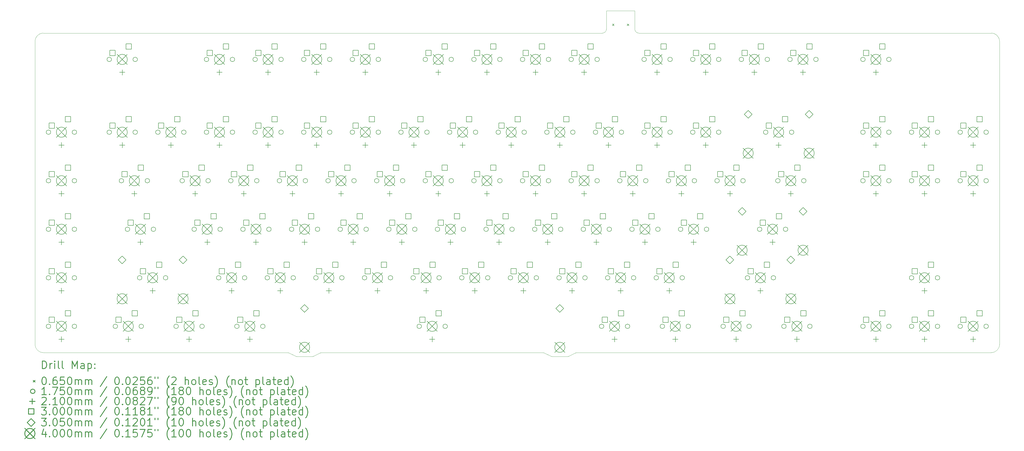
<source format=gbr>
%FSLAX45Y45*%
G04 Gerber Fmt 4.5, Leading zero omitted, Abs format (unit mm)*
G04 Created by KiCad (PCBNEW (5.1.10)-1) date 2021-12-23 20:50:30*
%MOMM*%
%LPD*%
G01*
G04 APERTURE LIST*
%TA.AperFunction,Profile*%
%ADD10C,0.100000*%
%TD*%
%ADD11C,0.200000*%
%ADD12C,0.300000*%
G04 APERTURE END LIST*
D10*
X25636510Y-8730700D02*
X39446890Y-8730700D01*
X2301730Y-8730700D02*
X24207850Y-8730700D01*
X1984250Y-20953680D02*
X1984250Y-9048180D01*
X11905500Y-21271160D02*
X2301730Y-21271160D01*
X39446890Y-21271160D02*
X23176040Y-21271160D01*
X39764370Y-9048180D02*
X39764370Y-20953680D01*
X1984250Y-9048180D02*
G75*
G02*
X2301730Y-8730700I317480J0D01*
G01*
X2301730Y-21271160D02*
G75*
G02*
X1984250Y-20953680I0J317480D01*
G01*
X39764370Y-20953680D02*
G75*
G02*
X39446890Y-21271160I-317480J0D01*
G01*
X39446890Y-8730700D02*
G75*
G02*
X39764370Y-9048180I0J-317480D01*
G01*
X21906120Y-21271160D02*
X13175420Y-21271160D01*
X22223600Y-21429900D02*
X21906120Y-21271160D01*
X22858560Y-21429900D02*
X23176040Y-21271160D01*
X22223600Y-21429900D02*
X22858560Y-21429900D01*
X12222980Y-21429900D02*
X11905500Y-21271160D01*
X12857940Y-21429900D02*
X13175420Y-21271160D01*
X12222980Y-21429900D02*
X12857940Y-21429900D01*
X24366590Y-8571960D02*
G75*
G02*
X24207850Y-8730700I-158740J0D01*
G01*
X25636510Y-8730700D02*
G75*
G02*
X25477770Y-8571960I0J158740D01*
G01*
X25477770Y-7857630D02*
X25477770Y-8571960D01*
X24366590Y-7857630D02*
X24366590Y-8571960D01*
X25477770Y-7857630D02*
X24366590Y-7857630D01*
D11*
X24600680Y-8370760D02*
X24665680Y-8435760D01*
X24665680Y-8370760D02*
X24600680Y-8435760D01*
X25178680Y-8370760D02*
X25243680Y-8435760D01*
X25243680Y-8370760D02*
X25178680Y-8435760D01*
X2595560Y-12619830D02*
G75*
G03*
X2595560Y-12619830I-87500J0D01*
G01*
X2595560Y-14524710D02*
G75*
G03*
X2595560Y-14524710I-87500J0D01*
G01*
X2595560Y-16429590D02*
G75*
G03*
X2595560Y-16429590I-87500J0D01*
G01*
X2595560Y-18334470D02*
G75*
G03*
X2595560Y-18334470I-87500J0D01*
G01*
X2595560Y-20239350D02*
G75*
G03*
X2595560Y-20239350I-87500J0D01*
G01*
X3611560Y-12619830D02*
G75*
G03*
X3611560Y-12619830I-87500J0D01*
G01*
X3611560Y-14524710D02*
G75*
G03*
X3611560Y-14524710I-87500J0D01*
G01*
X3611560Y-16429590D02*
G75*
G03*
X3611560Y-16429590I-87500J0D01*
G01*
X3611560Y-18334470D02*
G75*
G03*
X3611560Y-18334470I-87500J0D01*
G01*
X3611560Y-20239350D02*
G75*
G03*
X3611560Y-20239350I-87500J0D01*
G01*
X4976660Y-9762510D02*
G75*
G03*
X4976660Y-9762510I-87500J0D01*
G01*
X4976660Y-12619830D02*
G75*
G03*
X4976660Y-12619830I-87500J0D01*
G01*
X5214770Y-20239350D02*
G75*
G03*
X5214770Y-20239350I-87500J0D01*
G01*
X5452880Y-14524710D02*
G75*
G03*
X5452880Y-14524710I-87500J0D01*
G01*
X5690990Y-16429590D02*
G75*
G03*
X5690990Y-16429590I-87500J0D01*
G01*
X5992660Y-9762510D02*
G75*
G03*
X5992660Y-9762510I-87500J0D01*
G01*
X5992660Y-12619830D02*
G75*
G03*
X5992660Y-12619830I-87500J0D01*
G01*
X6167210Y-18334470D02*
G75*
G03*
X6167210Y-18334470I-87500J0D01*
G01*
X6230770Y-20239350D02*
G75*
G03*
X6230770Y-20239350I-87500J0D01*
G01*
X6468880Y-14524710D02*
G75*
G03*
X6468880Y-14524710I-87500J0D01*
G01*
X6706990Y-16429590D02*
G75*
G03*
X6706990Y-16429590I-87500J0D01*
G01*
X6881540Y-12619830D02*
G75*
G03*
X6881540Y-12619830I-87500J0D01*
G01*
X7183210Y-18334470D02*
G75*
G03*
X7183210Y-18334470I-87500J0D01*
G01*
X7595870Y-20239350D02*
G75*
G03*
X7595870Y-20239350I-87500J0D01*
G01*
X7833980Y-14524710D02*
G75*
G03*
X7833980Y-14524710I-87500J0D01*
G01*
X7897540Y-12619830D02*
G75*
G03*
X7897540Y-12619830I-87500J0D01*
G01*
X8304370Y-16429590D02*
G75*
G03*
X8304370Y-16429590I-87500J0D01*
G01*
X8611870Y-20239350D02*
G75*
G03*
X8611870Y-20239350I-87500J0D01*
G01*
X8786420Y-9762510D02*
G75*
G03*
X8786420Y-9762510I-87500J0D01*
G01*
X8786420Y-12619830D02*
G75*
G03*
X8786420Y-12619830I-87500J0D01*
G01*
X8849980Y-14524710D02*
G75*
G03*
X8849980Y-14524710I-87500J0D01*
G01*
X9262640Y-18334470D02*
G75*
G03*
X9262640Y-18334470I-87500J0D01*
G01*
X9320370Y-16429590D02*
G75*
G03*
X9320370Y-16429590I-87500J0D01*
G01*
X9738860Y-14524710D02*
G75*
G03*
X9738860Y-14524710I-87500J0D01*
G01*
X9802420Y-9762510D02*
G75*
G03*
X9802420Y-9762510I-87500J0D01*
G01*
X9802420Y-12619830D02*
G75*
G03*
X9802420Y-12619830I-87500J0D01*
G01*
X9976970Y-20239350D02*
G75*
G03*
X9976970Y-20239350I-87500J0D01*
G01*
X10215080Y-16429590D02*
G75*
G03*
X10215080Y-16429590I-87500J0D01*
G01*
X10278640Y-18334470D02*
G75*
G03*
X10278640Y-18334470I-87500J0D01*
G01*
X10691300Y-9762510D02*
G75*
G03*
X10691300Y-9762510I-87500J0D01*
G01*
X10691300Y-12619830D02*
G75*
G03*
X10691300Y-12619830I-87500J0D01*
G01*
X10754860Y-14524710D02*
G75*
G03*
X10754860Y-14524710I-87500J0D01*
G01*
X10992970Y-20239350D02*
G75*
G03*
X10992970Y-20239350I-87500J0D01*
G01*
X11167520Y-18334470D02*
G75*
G03*
X11167520Y-18334470I-87500J0D01*
G01*
X11231080Y-16429590D02*
G75*
G03*
X11231080Y-16429590I-87500J0D01*
G01*
X11643740Y-14524710D02*
G75*
G03*
X11643740Y-14524710I-87500J0D01*
G01*
X11707300Y-9762510D02*
G75*
G03*
X11707300Y-9762510I-87500J0D01*
G01*
X11707300Y-12619830D02*
G75*
G03*
X11707300Y-12619830I-87500J0D01*
G01*
X12119960Y-16429590D02*
G75*
G03*
X12119960Y-16429590I-87500J0D01*
G01*
X12183520Y-18334470D02*
G75*
G03*
X12183520Y-18334470I-87500J0D01*
G01*
X12596180Y-9762510D02*
G75*
G03*
X12596180Y-9762510I-87500J0D01*
G01*
X12596180Y-12619830D02*
G75*
G03*
X12596180Y-12619830I-87500J0D01*
G01*
X12659740Y-14524710D02*
G75*
G03*
X12659740Y-14524710I-87500J0D01*
G01*
X13072400Y-18334470D02*
G75*
G03*
X13072400Y-18334470I-87500J0D01*
G01*
X13135960Y-16429590D02*
G75*
G03*
X13135960Y-16429590I-87500J0D01*
G01*
X13548620Y-14524710D02*
G75*
G03*
X13548620Y-14524710I-87500J0D01*
G01*
X13612180Y-9762510D02*
G75*
G03*
X13612180Y-9762510I-87500J0D01*
G01*
X13612180Y-12619830D02*
G75*
G03*
X13612180Y-12619830I-87500J0D01*
G01*
X14024840Y-16429590D02*
G75*
G03*
X14024840Y-16429590I-87500J0D01*
G01*
X14088400Y-18334470D02*
G75*
G03*
X14088400Y-18334470I-87500J0D01*
G01*
X14501060Y-9762510D02*
G75*
G03*
X14501060Y-9762510I-87500J0D01*
G01*
X14501060Y-12619830D02*
G75*
G03*
X14501060Y-12619830I-87500J0D01*
G01*
X14564620Y-14524710D02*
G75*
G03*
X14564620Y-14524710I-87500J0D01*
G01*
X14977280Y-18334470D02*
G75*
G03*
X14977280Y-18334470I-87500J0D01*
G01*
X15040840Y-16429590D02*
G75*
G03*
X15040840Y-16429590I-87500J0D01*
G01*
X15453500Y-14524710D02*
G75*
G03*
X15453500Y-14524710I-87500J0D01*
G01*
X15517060Y-9762510D02*
G75*
G03*
X15517060Y-9762510I-87500J0D01*
G01*
X15517060Y-12619830D02*
G75*
G03*
X15517060Y-12619830I-87500J0D01*
G01*
X15929720Y-16429590D02*
G75*
G03*
X15929720Y-16429590I-87500J0D01*
G01*
X15993280Y-18334470D02*
G75*
G03*
X15993280Y-18334470I-87500J0D01*
G01*
X16405940Y-12619830D02*
G75*
G03*
X16405940Y-12619830I-87500J0D01*
G01*
X16469500Y-14524710D02*
G75*
G03*
X16469500Y-14524710I-87500J0D01*
G01*
X16882160Y-18334470D02*
G75*
G03*
X16882160Y-18334470I-87500J0D01*
G01*
X16945720Y-16429590D02*
G75*
G03*
X16945720Y-16429590I-87500J0D01*
G01*
X17120270Y-20239350D02*
G75*
G03*
X17120270Y-20239350I-87500J0D01*
G01*
X17358380Y-9762510D02*
G75*
G03*
X17358380Y-9762510I-87500J0D01*
G01*
X17358380Y-14524710D02*
G75*
G03*
X17358380Y-14524710I-87500J0D01*
G01*
X17421940Y-12619830D02*
G75*
G03*
X17421940Y-12619830I-87500J0D01*
G01*
X17834600Y-16429590D02*
G75*
G03*
X17834600Y-16429590I-87500J0D01*
G01*
X17898160Y-18334470D02*
G75*
G03*
X17898160Y-18334470I-87500J0D01*
G01*
X18136270Y-20239350D02*
G75*
G03*
X18136270Y-20239350I-87500J0D01*
G01*
X18310820Y-12619830D02*
G75*
G03*
X18310820Y-12619830I-87500J0D01*
G01*
X18374380Y-9762510D02*
G75*
G03*
X18374380Y-9762510I-87500J0D01*
G01*
X18374380Y-14524710D02*
G75*
G03*
X18374380Y-14524710I-87500J0D01*
G01*
X18787040Y-18334470D02*
G75*
G03*
X18787040Y-18334470I-87500J0D01*
G01*
X18850600Y-16429590D02*
G75*
G03*
X18850600Y-16429590I-87500J0D01*
G01*
X19263260Y-9762510D02*
G75*
G03*
X19263260Y-9762510I-87500J0D01*
G01*
X19263260Y-14524710D02*
G75*
G03*
X19263260Y-14524710I-87500J0D01*
G01*
X19326820Y-12619830D02*
G75*
G03*
X19326820Y-12619830I-87500J0D01*
G01*
X19739480Y-16429590D02*
G75*
G03*
X19739480Y-16429590I-87500J0D01*
G01*
X19803040Y-18334470D02*
G75*
G03*
X19803040Y-18334470I-87500J0D01*
G01*
X20215700Y-12619830D02*
G75*
G03*
X20215700Y-12619830I-87500J0D01*
G01*
X20279260Y-9762510D02*
G75*
G03*
X20279260Y-9762510I-87500J0D01*
G01*
X20279260Y-14524710D02*
G75*
G03*
X20279260Y-14524710I-87500J0D01*
G01*
X20691920Y-18334470D02*
G75*
G03*
X20691920Y-18334470I-87500J0D01*
G01*
X20755480Y-16429590D02*
G75*
G03*
X20755480Y-16429590I-87500J0D01*
G01*
X21168140Y-9762510D02*
G75*
G03*
X21168140Y-9762510I-87500J0D01*
G01*
X21168140Y-14524710D02*
G75*
G03*
X21168140Y-14524710I-87500J0D01*
G01*
X21231700Y-12619830D02*
G75*
G03*
X21231700Y-12619830I-87500J0D01*
G01*
X21644360Y-16429590D02*
G75*
G03*
X21644360Y-16429590I-87500J0D01*
G01*
X21707920Y-18334470D02*
G75*
G03*
X21707920Y-18334470I-87500J0D01*
G01*
X22120580Y-12619830D02*
G75*
G03*
X22120580Y-12619830I-87500J0D01*
G01*
X22184140Y-9762510D02*
G75*
G03*
X22184140Y-9762510I-87500J0D01*
G01*
X22184140Y-14524710D02*
G75*
G03*
X22184140Y-14524710I-87500J0D01*
G01*
X22596800Y-18334470D02*
G75*
G03*
X22596800Y-18334470I-87500J0D01*
G01*
X22660360Y-16429590D02*
G75*
G03*
X22660360Y-16429590I-87500J0D01*
G01*
X23073020Y-9762510D02*
G75*
G03*
X23073020Y-9762510I-87500J0D01*
G01*
X23073020Y-14524710D02*
G75*
G03*
X23073020Y-14524710I-87500J0D01*
G01*
X23136580Y-12619830D02*
G75*
G03*
X23136580Y-12619830I-87500J0D01*
G01*
X23549240Y-16429590D02*
G75*
G03*
X23549240Y-16429590I-87500J0D01*
G01*
X23612800Y-18334470D02*
G75*
G03*
X23612800Y-18334470I-87500J0D01*
G01*
X24025460Y-12619830D02*
G75*
G03*
X24025460Y-12619830I-87500J0D01*
G01*
X24089020Y-9762510D02*
G75*
G03*
X24089020Y-9762510I-87500J0D01*
G01*
X24089020Y-14524710D02*
G75*
G03*
X24089020Y-14524710I-87500J0D01*
G01*
X24263570Y-20239350D02*
G75*
G03*
X24263570Y-20239350I-87500J0D01*
G01*
X24501680Y-18334470D02*
G75*
G03*
X24501680Y-18334470I-87500J0D01*
G01*
X24565240Y-16429590D02*
G75*
G03*
X24565240Y-16429590I-87500J0D01*
G01*
X24977900Y-14524710D02*
G75*
G03*
X24977900Y-14524710I-87500J0D01*
G01*
X25041460Y-12619830D02*
G75*
G03*
X25041460Y-12619830I-87500J0D01*
G01*
X25279570Y-20239350D02*
G75*
G03*
X25279570Y-20239350I-87500J0D01*
G01*
X25454120Y-16429590D02*
G75*
G03*
X25454120Y-16429590I-87500J0D01*
G01*
X25517680Y-18334470D02*
G75*
G03*
X25517680Y-18334470I-87500J0D01*
G01*
X25930340Y-9762510D02*
G75*
G03*
X25930340Y-9762510I-87500J0D01*
G01*
X25930340Y-12619830D02*
G75*
G03*
X25930340Y-12619830I-87500J0D01*
G01*
X25993900Y-14524710D02*
G75*
G03*
X25993900Y-14524710I-87500J0D01*
G01*
X26406560Y-18334470D02*
G75*
G03*
X26406560Y-18334470I-87500J0D01*
G01*
X26470120Y-16429590D02*
G75*
G03*
X26470120Y-16429590I-87500J0D01*
G01*
X26644670Y-20239350D02*
G75*
G03*
X26644670Y-20239350I-87500J0D01*
G01*
X26882780Y-14524710D02*
G75*
G03*
X26882780Y-14524710I-87500J0D01*
G01*
X26946340Y-9762510D02*
G75*
G03*
X26946340Y-9762510I-87500J0D01*
G01*
X26946340Y-12619830D02*
G75*
G03*
X26946340Y-12619830I-87500J0D01*
G01*
X27359000Y-16429590D02*
G75*
G03*
X27359000Y-16429590I-87500J0D01*
G01*
X27422560Y-18334470D02*
G75*
G03*
X27422560Y-18334470I-87500J0D01*
G01*
X27660670Y-20239350D02*
G75*
G03*
X27660670Y-20239350I-87500J0D01*
G01*
X27835220Y-9762510D02*
G75*
G03*
X27835220Y-9762510I-87500J0D01*
G01*
X27835220Y-12619830D02*
G75*
G03*
X27835220Y-12619830I-87500J0D01*
G01*
X27898780Y-14524710D02*
G75*
G03*
X27898780Y-14524710I-87500J0D01*
G01*
X28375000Y-16429590D02*
G75*
G03*
X28375000Y-16429590I-87500J0D01*
G01*
X28787660Y-14524710D02*
G75*
G03*
X28787660Y-14524710I-87500J0D01*
G01*
X28851220Y-9762510D02*
G75*
G03*
X28851220Y-9762510I-87500J0D01*
G01*
X28851220Y-12619830D02*
G75*
G03*
X28851220Y-12619830I-87500J0D01*
G01*
X29025770Y-20239350D02*
G75*
G03*
X29025770Y-20239350I-87500J0D01*
G01*
X29740100Y-9762510D02*
G75*
G03*
X29740100Y-9762510I-87500J0D01*
G01*
X29803660Y-14524710D02*
G75*
G03*
X29803660Y-14524710I-87500J0D01*
G01*
X29978210Y-18334470D02*
G75*
G03*
X29978210Y-18334470I-87500J0D01*
G01*
X30041770Y-20239350D02*
G75*
G03*
X30041770Y-20239350I-87500J0D01*
G01*
X30454430Y-16429590D02*
G75*
G03*
X30454430Y-16429590I-87500J0D01*
G01*
X30692540Y-12619830D02*
G75*
G03*
X30692540Y-12619830I-87500J0D01*
G01*
X30756100Y-9762510D02*
G75*
G03*
X30756100Y-9762510I-87500J0D01*
G01*
X30994210Y-18334470D02*
G75*
G03*
X30994210Y-18334470I-87500J0D01*
G01*
X31168760Y-14524710D02*
G75*
G03*
X31168760Y-14524710I-87500J0D01*
G01*
X31406870Y-20239350D02*
G75*
G03*
X31406870Y-20239350I-87500J0D01*
G01*
X31470430Y-16429590D02*
G75*
G03*
X31470430Y-16429590I-87500J0D01*
G01*
X31644980Y-9762510D02*
G75*
G03*
X31644980Y-9762510I-87500J0D01*
G01*
X31708540Y-12619830D02*
G75*
G03*
X31708540Y-12619830I-87500J0D01*
G01*
X32184760Y-14524710D02*
G75*
G03*
X32184760Y-14524710I-87500J0D01*
G01*
X32422870Y-20239350D02*
G75*
G03*
X32422870Y-20239350I-87500J0D01*
G01*
X32660980Y-9762510D02*
G75*
G03*
X32660980Y-9762510I-87500J0D01*
G01*
X34502300Y-9762510D02*
G75*
G03*
X34502300Y-9762510I-87500J0D01*
G01*
X34502300Y-12619830D02*
G75*
G03*
X34502300Y-12619830I-87500J0D01*
G01*
X34502300Y-14524710D02*
G75*
G03*
X34502300Y-14524710I-87500J0D01*
G01*
X34502300Y-20239350D02*
G75*
G03*
X34502300Y-20239350I-87500J0D01*
G01*
X35518300Y-9762510D02*
G75*
G03*
X35518300Y-9762510I-87500J0D01*
G01*
X35518300Y-12619830D02*
G75*
G03*
X35518300Y-12619830I-87500J0D01*
G01*
X35518300Y-14524710D02*
G75*
G03*
X35518300Y-14524710I-87500J0D01*
G01*
X35518300Y-20239350D02*
G75*
G03*
X35518300Y-20239350I-87500J0D01*
G01*
X36407180Y-12619830D02*
G75*
G03*
X36407180Y-12619830I-87500J0D01*
G01*
X36407180Y-14524710D02*
G75*
G03*
X36407180Y-14524710I-87500J0D01*
G01*
X36407180Y-18334470D02*
G75*
G03*
X36407180Y-18334470I-87500J0D01*
G01*
X36407180Y-20239350D02*
G75*
G03*
X36407180Y-20239350I-87500J0D01*
G01*
X37423180Y-12619830D02*
G75*
G03*
X37423180Y-12619830I-87500J0D01*
G01*
X37423180Y-14524710D02*
G75*
G03*
X37423180Y-14524710I-87500J0D01*
G01*
X37423180Y-18334470D02*
G75*
G03*
X37423180Y-18334470I-87500J0D01*
G01*
X37423180Y-20239350D02*
G75*
G03*
X37423180Y-20239350I-87500J0D01*
G01*
X38312060Y-12619830D02*
G75*
G03*
X38312060Y-12619830I-87500J0D01*
G01*
X38312060Y-14524710D02*
G75*
G03*
X38312060Y-14524710I-87500J0D01*
G01*
X38312060Y-20239350D02*
G75*
G03*
X38312060Y-20239350I-87500J0D01*
G01*
X39328060Y-12619830D02*
G75*
G03*
X39328060Y-12619830I-87500J0D01*
G01*
X39328060Y-14524710D02*
G75*
G03*
X39328060Y-14524710I-87500J0D01*
G01*
X39328060Y-20239350D02*
G75*
G03*
X39328060Y-20239350I-87500J0D01*
G01*
X3016060Y-13022330D02*
X3016060Y-13232330D01*
X2911060Y-13127330D02*
X3121060Y-13127330D01*
X3016060Y-14927210D02*
X3016060Y-15137210D01*
X2911060Y-15032210D02*
X3121060Y-15032210D01*
X3016060Y-16832090D02*
X3016060Y-17042090D01*
X2911060Y-16937090D02*
X3121060Y-16937090D01*
X3016060Y-18736970D02*
X3016060Y-18946970D01*
X2911060Y-18841970D02*
X3121060Y-18841970D01*
X3016060Y-20641850D02*
X3016060Y-20851850D01*
X2911060Y-20746850D02*
X3121060Y-20746850D01*
X5397160Y-10165010D02*
X5397160Y-10375010D01*
X5292160Y-10270010D02*
X5502160Y-10270010D01*
X5397160Y-13022330D02*
X5397160Y-13232330D01*
X5292160Y-13127330D02*
X5502160Y-13127330D01*
X5635270Y-20641850D02*
X5635270Y-20851850D01*
X5530270Y-20746850D02*
X5740270Y-20746850D01*
X5873380Y-14927210D02*
X5873380Y-15137210D01*
X5768380Y-15032210D02*
X5978380Y-15032210D01*
X6111490Y-16832090D02*
X6111490Y-17042090D01*
X6006490Y-16937090D02*
X6216490Y-16937090D01*
X6587710Y-18736970D02*
X6587710Y-18946970D01*
X6482710Y-18841970D02*
X6692710Y-18841970D01*
X7302040Y-13022330D02*
X7302040Y-13232330D01*
X7197040Y-13127330D02*
X7407040Y-13127330D01*
X8016370Y-20641850D02*
X8016370Y-20851850D01*
X7911370Y-20746850D02*
X8121370Y-20746850D01*
X8254480Y-14927210D02*
X8254480Y-15137210D01*
X8149480Y-15032210D02*
X8359480Y-15032210D01*
X8730700Y-16832090D02*
X8730700Y-17042090D01*
X8625700Y-16937090D02*
X8835700Y-16937090D01*
X9206920Y-10165010D02*
X9206920Y-10375010D01*
X9101920Y-10270010D02*
X9311920Y-10270010D01*
X9206920Y-13022330D02*
X9206920Y-13232330D01*
X9101920Y-13127330D02*
X9311920Y-13127330D01*
X9683140Y-18736970D02*
X9683140Y-18946970D01*
X9578140Y-18841970D02*
X9788140Y-18841970D01*
X10159360Y-14927210D02*
X10159360Y-15137210D01*
X10054360Y-15032210D02*
X10264360Y-15032210D01*
X10397470Y-20641850D02*
X10397470Y-20851850D01*
X10292470Y-20746850D02*
X10502470Y-20746850D01*
X10635580Y-16832090D02*
X10635580Y-17042090D01*
X10530580Y-16937090D02*
X10740580Y-16937090D01*
X11111800Y-10165010D02*
X11111800Y-10375010D01*
X11006800Y-10270010D02*
X11216800Y-10270010D01*
X11111800Y-13022330D02*
X11111800Y-13232330D01*
X11006800Y-13127330D02*
X11216800Y-13127330D01*
X11588020Y-18736970D02*
X11588020Y-18946970D01*
X11483020Y-18841970D02*
X11693020Y-18841970D01*
X12064240Y-14927210D02*
X12064240Y-15137210D01*
X11959240Y-15032210D02*
X12169240Y-15032210D01*
X12540460Y-16832090D02*
X12540460Y-17042090D01*
X12435460Y-16937090D02*
X12645460Y-16937090D01*
X13016680Y-10165010D02*
X13016680Y-10375010D01*
X12911680Y-10270010D02*
X13121680Y-10270010D01*
X13016680Y-13022330D02*
X13016680Y-13232330D01*
X12911680Y-13127330D02*
X13121680Y-13127330D01*
X13492900Y-18736970D02*
X13492900Y-18946970D01*
X13387900Y-18841970D02*
X13597900Y-18841970D01*
X13969120Y-14927210D02*
X13969120Y-15137210D01*
X13864120Y-15032210D02*
X14074120Y-15032210D01*
X14445340Y-16832090D02*
X14445340Y-17042090D01*
X14340340Y-16937090D02*
X14550340Y-16937090D01*
X14921560Y-10165010D02*
X14921560Y-10375010D01*
X14816560Y-10270010D02*
X15026560Y-10270010D01*
X14921560Y-13022330D02*
X14921560Y-13232330D01*
X14816560Y-13127330D02*
X15026560Y-13127330D01*
X15397780Y-18736970D02*
X15397780Y-18946970D01*
X15292780Y-18841970D02*
X15502780Y-18841970D01*
X15874000Y-14927210D02*
X15874000Y-15137210D01*
X15769000Y-15032210D02*
X15979000Y-15032210D01*
X16350220Y-16832090D02*
X16350220Y-17042090D01*
X16245220Y-16937090D02*
X16455220Y-16937090D01*
X16826440Y-13022330D02*
X16826440Y-13232330D01*
X16721440Y-13127330D02*
X16931440Y-13127330D01*
X17302660Y-18736970D02*
X17302660Y-18946970D01*
X17197660Y-18841970D02*
X17407660Y-18841970D01*
X17540770Y-20641850D02*
X17540770Y-20851850D01*
X17435770Y-20746850D02*
X17645770Y-20746850D01*
X17778880Y-10165010D02*
X17778880Y-10375010D01*
X17673880Y-10270010D02*
X17883880Y-10270010D01*
X17778880Y-14927210D02*
X17778880Y-15137210D01*
X17673880Y-15032210D02*
X17883880Y-15032210D01*
X18255100Y-16832090D02*
X18255100Y-17042090D01*
X18150100Y-16937090D02*
X18360100Y-16937090D01*
X18731320Y-13022330D02*
X18731320Y-13232330D01*
X18626320Y-13127330D02*
X18836320Y-13127330D01*
X19207540Y-18736970D02*
X19207540Y-18946970D01*
X19102540Y-18841970D02*
X19312540Y-18841970D01*
X19683760Y-10165010D02*
X19683760Y-10375010D01*
X19578760Y-10270010D02*
X19788760Y-10270010D01*
X19683760Y-14927210D02*
X19683760Y-15137210D01*
X19578760Y-15032210D02*
X19788760Y-15032210D01*
X20159980Y-16832090D02*
X20159980Y-17042090D01*
X20054980Y-16937090D02*
X20264980Y-16937090D01*
X20636200Y-13022330D02*
X20636200Y-13232330D01*
X20531200Y-13127330D02*
X20741200Y-13127330D01*
X21112420Y-18736970D02*
X21112420Y-18946970D01*
X21007420Y-18841970D02*
X21217420Y-18841970D01*
X21588640Y-10165010D02*
X21588640Y-10375010D01*
X21483640Y-10270010D02*
X21693640Y-10270010D01*
X21588640Y-14927210D02*
X21588640Y-15137210D01*
X21483640Y-15032210D02*
X21693640Y-15032210D01*
X22064860Y-16832090D02*
X22064860Y-17042090D01*
X21959860Y-16937090D02*
X22169860Y-16937090D01*
X22541080Y-13022330D02*
X22541080Y-13232330D01*
X22436080Y-13127330D02*
X22646080Y-13127330D01*
X23017300Y-18736970D02*
X23017300Y-18946970D01*
X22912300Y-18841970D02*
X23122300Y-18841970D01*
X23493520Y-10165010D02*
X23493520Y-10375010D01*
X23388520Y-10270010D02*
X23598520Y-10270010D01*
X23493520Y-14927210D02*
X23493520Y-15137210D01*
X23388520Y-15032210D02*
X23598520Y-15032210D01*
X23969740Y-16832090D02*
X23969740Y-17042090D01*
X23864740Y-16937090D02*
X24074740Y-16937090D01*
X24445960Y-13022330D02*
X24445960Y-13232330D01*
X24340960Y-13127330D02*
X24550960Y-13127330D01*
X24684070Y-20641850D02*
X24684070Y-20851850D01*
X24579070Y-20746850D02*
X24789070Y-20746850D01*
X24922180Y-18736970D02*
X24922180Y-18946970D01*
X24817180Y-18841970D02*
X25027180Y-18841970D01*
X25398400Y-14927210D02*
X25398400Y-15137210D01*
X25293400Y-15032210D02*
X25503400Y-15032210D01*
X25874620Y-16832090D02*
X25874620Y-17042090D01*
X25769620Y-16937090D02*
X25979620Y-16937090D01*
X26350840Y-10165010D02*
X26350840Y-10375010D01*
X26245840Y-10270010D02*
X26455840Y-10270010D01*
X26350840Y-13022330D02*
X26350840Y-13232330D01*
X26245840Y-13127330D02*
X26455840Y-13127330D01*
X26827060Y-18736970D02*
X26827060Y-18946970D01*
X26722060Y-18841970D02*
X26932060Y-18841970D01*
X27065170Y-20641850D02*
X27065170Y-20851850D01*
X26960170Y-20746850D02*
X27170170Y-20746850D01*
X27303280Y-14927210D02*
X27303280Y-15137210D01*
X27198280Y-15032210D02*
X27408280Y-15032210D01*
X27779500Y-16832090D02*
X27779500Y-17042090D01*
X27674500Y-16937090D02*
X27884500Y-16937090D01*
X28255720Y-10165010D02*
X28255720Y-10375010D01*
X28150720Y-10270010D02*
X28360720Y-10270010D01*
X28255720Y-13022330D02*
X28255720Y-13232330D01*
X28150720Y-13127330D02*
X28360720Y-13127330D01*
X29208160Y-14927210D02*
X29208160Y-15137210D01*
X29103160Y-15032210D02*
X29313160Y-15032210D01*
X29446270Y-20641850D02*
X29446270Y-20851850D01*
X29341270Y-20746850D02*
X29551270Y-20746850D01*
X30160600Y-10165010D02*
X30160600Y-10375010D01*
X30055600Y-10270010D02*
X30265600Y-10270010D01*
X30398710Y-18736970D02*
X30398710Y-18946970D01*
X30293710Y-18841970D02*
X30503710Y-18841970D01*
X30874930Y-16832090D02*
X30874930Y-17042090D01*
X30769930Y-16937090D02*
X30979930Y-16937090D01*
X31113040Y-13022330D02*
X31113040Y-13232330D01*
X31008040Y-13127330D02*
X31218040Y-13127330D01*
X31589260Y-14927210D02*
X31589260Y-15137210D01*
X31484260Y-15032210D02*
X31694260Y-15032210D01*
X31827370Y-20641850D02*
X31827370Y-20851850D01*
X31722370Y-20746850D02*
X31932370Y-20746850D01*
X32065480Y-10165010D02*
X32065480Y-10375010D01*
X31960480Y-10270010D02*
X32170480Y-10270010D01*
X34922800Y-10165010D02*
X34922800Y-10375010D01*
X34817800Y-10270010D02*
X35027800Y-10270010D01*
X34922800Y-13022330D02*
X34922800Y-13232330D01*
X34817800Y-13127330D02*
X35027800Y-13127330D01*
X34922800Y-14927210D02*
X34922800Y-15137210D01*
X34817800Y-15032210D02*
X35027800Y-15032210D01*
X34922800Y-20641850D02*
X34922800Y-20851850D01*
X34817800Y-20746850D02*
X35027800Y-20746850D01*
X36827680Y-13022330D02*
X36827680Y-13232330D01*
X36722680Y-13127330D02*
X36932680Y-13127330D01*
X36827680Y-14927210D02*
X36827680Y-15137210D01*
X36722680Y-15032210D02*
X36932680Y-15032210D01*
X36827680Y-18736970D02*
X36827680Y-18946970D01*
X36722680Y-18841970D02*
X36932680Y-18841970D01*
X36827680Y-20641850D02*
X36827680Y-20851850D01*
X36722680Y-20746850D02*
X36932680Y-20746850D01*
X38732560Y-13022330D02*
X38732560Y-13232330D01*
X38627560Y-13127330D02*
X38837560Y-13127330D01*
X38732560Y-14927210D02*
X38732560Y-15137210D01*
X38627560Y-15032210D02*
X38837560Y-15032210D01*
X38732560Y-20641850D02*
X38732560Y-20851850D01*
X38627560Y-20746850D02*
X38837560Y-20746850D01*
X2741127Y-12471897D02*
X2741127Y-12259763D01*
X2528993Y-12259763D01*
X2528993Y-12471897D01*
X2741127Y-12471897D01*
X2741127Y-14376777D02*
X2741127Y-14164643D01*
X2528993Y-14164643D01*
X2528993Y-14376777D01*
X2741127Y-14376777D01*
X2741127Y-16281657D02*
X2741127Y-16069523D01*
X2528993Y-16069523D01*
X2528993Y-16281657D01*
X2741127Y-16281657D01*
X2741127Y-18186537D02*
X2741127Y-17974403D01*
X2528993Y-17974403D01*
X2528993Y-18186537D01*
X2741127Y-18186537D01*
X2741127Y-20091417D02*
X2741127Y-19879283D01*
X2528993Y-19879283D01*
X2528993Y-20091417D01*
X2741127Y-20091417D01*
X3376127Y-12217897D02*
X3376127Y-12005763D01*
X3163993Y-12005763D01*
X3163993Y-12217897D01*
X3376127Y-12217897D01*
X3376127Y-14122777D02*
X3376127Y-13910643D01*
X3163993Y-13910643D01*
X3163993Y-14122777D01*
X3376127Y-14122777D01*
X3376127Y-16027657D02*
X3376127Y-15815523D01*
X3163993Y-15815523D01*
X3163993Y-16027657D01*
X3376127Y-16027657D01*
X3376127Y-17932537D02*
X3376127Y-17720403D01*
X3163993Y-17720403D01*
X3163993Y-17932537D01*
X3376127Y-17932537D01*
X3376127Y-19837417D02*
X3376127Y-19625283D01*
X3163993Y-19625283D01*
X3163993Y-19837417D01*
X3376127Y-19837417D01*
X5122227Y-9614577D02*
X5122227Y-9402443D01*
X4910093Y-9402443D01*
X4910093Y-9614577D01*
X5122227Y-9614577D01*
X5122227Y-12471897D02*
X5122227Y-12259763D01*
X4910093Y-12259763D01*
X4910093Y-12471897D01*
X5122227Y-12471897D01*
X5360337Y-20091417D02*
X5360337Y-19879283D01*
X5148203Y-19879283D01*
X5148203Y-20091417D01*
X5360337Y-20091417D01*
X5598447Y-14376777D02*
X5598447Y-14164643D01*
X5386313Y-14164643D01*
X5386313Y-14376777D01*
X5598447Y-14376777D01*
X5757227Y-9360577D02*
X5757227Y-9148443D01*
X5545093Y-9148443D01*
X5545093Y-9360577D01*
X5757227Y-9360577D01*
X5757227Y-12217897D02*
X5757227Y-12005763D01*
X5545093Y-12005763D01*
X5545093Y-12217897D01*
X5757227Y-12217897D01*
X5836557Y-16281657D02*
X5836557Y-16069523D01*
X5624423Y-16069523D01*
X5624423Y-16281657D01*
X5836557Y-16281657D01*
X5995337Y-19837417D02*
X5995337Y-19625283D01*
X5783203Y-19625283D01*
X5783203Y-19837417D01*
X5995337Y-19837417D01*
X6233447Y-14122777D02*
X6233447Y-13910643D01*
X6021313Y-13910643D01*
X6021313Y-14122777D01*
X6233447Y-14122777D01*
X6312777Y-18186537D02*
X6312777Y-17974403D01*
X6100643Y-17974403D01*
X6100643Y-18186537D01*
X6312777Y-18186537D01*
X6471557Y-16027657D02*
X6471557Y-15815523D01*
X6259423Y-15815523D01*
X6259423Y-16027657D01*
X6471557Y-16027657D01*
X6947777Y-17932537D02*
X6947777Y-17720403D01*
X6735643Y-17720403D01*
X6735643Y-17932537D01*
X6947777Y-17932537D01*
X7027107Y-12471897D02*
X7027107Y-12259763D01*
X6814973Y-12259763D01*
X6814973Y-12471897D01*
X7027107Y-12471897D01*
X7662107Y-12217897D02*
X7662107Y-12005763D01*
X7449973Y-12005763D01*
X7449973Y-12217897D01*
X7662107Y-12217897D01*
X7741437Y-20091417D02*
X7741437Y-19879283D01*
X7529303Y-19879283D01*
X7529303Y-20091417D01*
X7741437Y-20091417D01*
X7979547Y-14376777D02*
X7979547Y-14164643D01*
X7767413Y-14164643D01*
X7767413Y-14376777D01*
X7979547Y-14376777D01*
X8376437Y-19837417D02*
X8376437Y-19625283D01*
X8164303Y-19625283D01*
X8164303Y-19837417D01*
X8376437Y-19837417D01*
X8449937Y-16281657D02*
X8449937Y-16069523D01*
X8237803Y-16069523D01*
X8237803Y-16281657D01*
X8449937Y-16281657D01*
X8614547Y-14122777D02*
X8614547Y-13910643D01*
X8402413Y-13910643D01*
X8402413Y-14122777D01*
X8614547Y-14122777D01*
X8931987Y-9614577D02*
X8931987Y-9402443D01*
X8719853Y-9402443D01*
X8719853Y-9614577D01*
X8931987Y-9614577D01*
X8931987Y-12471897D02*
X8931987Y-12259763D01*
X8719853Y-12259763D01*
X8719853Y-12471897D01*
X8931987Y-12471897D01*
X9084937Y-16027657D02*
X9084937Y-15815523D01*
X8872803Y-15815523D01*
X8872803Y-16027657D01*
X9084937Y-16027657D01*
X9408207Y-18186537D02*
X9408207Y-17974403D01*
X9196073Y-17974403D01*
X9196073Y-18186537D01*
X9408207Y-18186537D01*
X9566987Y-9360577D02*
X9566987Y-9148443D01*
X9354853Y-9148443D01*
X9354853Y-9360577D01*
X9566987Y-9360577D01*
X9566987Y-12217897D02*
X9566987Y-12005763D01*
X9354853Y-12005763D01*
X9354853Y-12217897D01*
X9566987Y-12217897D01*
X9884427Y-14376777D02*
X9884427Y-14164643D01*
X9672293Y-14164643D01*
X9672293Y-14376777D01*
X9884427Y-14376777D01*
X10043207Y-17932537D02*
X10043207Y-17720403D01*
X9831073Y-17720403D01*
X9831073Y-17932537D01*
X10043207Y-17932537D01*
X10122537Y-20091417D02*
X10122537Y-19879283D01*
X9910403Y-19879283D01*
X9910403Y-20091417D01*
X10122537Y-20091417D01*
X10360647Y-16281657D02*
X10360647Y-16069523D01*
X10148513Y-16069523D01*
X10148513Y-16281657D01*
X10360647Y-16281657D01*
X10519427Y-14122777D02*
X10519427Y-13910643D01*
X10307293Y-13910643D01*
X10307293Y-14122777D01*
X10519427Y-14122777D01*
X10757537Y-19837417D02*
X10757537Y-19625283D01*
X10545403Y-19625283D01*
X10545403Y-19837417D01*
X10757537Y-19837417D01*
X10836867Y-9614577D02*
X10836867Y-9402443D01*
X10624733Y-9402443D01*
X10624733Y-9614577D01*
X10836867Y-9614577D01*
X10836867Y-12471897D02*
X10836867Y-12259763D01*
X10624733Y-12259763D01*
X10624733Y-12471897D01*
X10836867Y-12471897D01*
X10995647Y-16027657D02*
X10995647Y-15815523D01*
X10783513Y-15815523D01*
X10783513Y-16027657D01*
X10995647Y-16027657D01*
X11313087Y-18186537D02*
X11313087Y-17974403D01*
X11100953Y-17974403D01*
X11100953Y-18186537D01*
X11313087Y-18186537D01*
X11471867Y-9360577D02*
X11471867Y-9148443D01*
X11259733Y-9148443D01*
X11259733Y-9360577D01*
X11471867Y-9360577D01*
X11471867Y-12217897D02*
X11471867Y-12005763D01*
X11259733Y-12005763D01*
X11259733Y-12217897D01*
X11471867Y-12217897D01*
X11789307Y-14376777D02*
X11789307Y-14164643D01*
X11577173Y-14164643D01*
X11577173Y-14376777D01*
X11789307Y-14376777D01*
X11948087Y-17932537D02*
X11948087Y-17720403D01*
X11735953Y-17720403D01*
X11735953Y-17932537D01*
X11948087Y-17932537D01*
X12265527Y-16281657D02*
X12265527Y-16069523D01*
X12053393Y-16069523D01*
X12053393Y-16281657D01*
X12265527Y-16281657D01*
X12424307Y-14122777D02*
X12424307Y-13910643D01*
X12212173Y-13910643D01*
X12212173Y-14122777D01*
X12424307Y-14122777D01*
X12741747Y-9614577D02*
X12741747Y-9402443D01*
X12529613Y-9402443D01*
X12529613Y-9614577D01*
X12741747Y-9614577D01*
X12741747Y-12471897D02*
X12741747Y-12259763D01*
X12529613Y-12259763D01*
X12529613Y-12471897D01*
X12741747Y-12471897D01*
X12900527Y-16027657D02*
X12900527Y-15815523D01*
X12688393Y-15815523D01*
X12688393Y-16027657D01*
X12900527Y-16027657D01*
X13217967Y-18186537D02*
X13217967Y-17974403D01*
X13005833Y-17974403D01*
X13005833Y-18186537D01*
X13217967Y-18186537D01*
X13376747Y-9360577D02*
X13376747Y-9148443D01*
X13164613Y-9148443D01*
X13164613Y-9360577D01*
X13376747Y-9360577D01*
X13376747Y-12217897D02*
X13376747Y-12005763D01*
X13164613Y-12005763D01*
X13164613Y-12217897D01*
X13376747Y-12217897D01*
X13694187Y-14376777D02*
X13694187Y-14164643D01*
X13482053Y-14164643D01*
X13482053Y-14376777D01*
X13694187Y-14376777D01*
X13852967Y-17932537D02*
X13852967Y-17720403D01*
X13640833Y-17720403D01*
X13640833Y-17932537D01*
X13852967Y-17932537D01*
X14170407Y-16281657D02*
X14170407Y-16069523D01*
X13958273Y-16069523D01*
X13958273Y-16281657D01*
X14170407Y-16281657D01*
X14329187Y-14122777D02*
X14329187Y-13910643D01*
X14117053Y-13910643D01*
X14117053Y-14122777D01*
X14329187Y-14122777D01*
X14646627Y-9614577D02*
X14646627Y-9402443D01*
X14434493Y-9402443D01*
X14434493Y-9614577D01*
X14646627Y-9614577D01*
X14646627Y-12471897D02*
X14646627Y-12259763D01*
X14434493Y-12259763D01*
X14434493Y-12471897D01*
X14646627Y-12471897D01*
X14805407Y-16027657D02*
X14805407Y-15815523D01*
X14593273Y-15815523D01*
X14593273Y-16027657D01*
X14805407Y-16027657D01*
X15122847Y-18186537D02*
X15122847Y-17974403D01*
X14910713Y-17974403D01*
X14910713Y-18186537D01*
X15122847Y-18186537D01*
X15281627Y-9360577D02*
X15281627Y-9148443D01*
X15069493Y-9148443D01*
X15069493Y-9360577D01*
X15281627Y-9360577D01*
X15281627Y-12217897D02*
X15281627Y-12005763D01*
X15069493Y-12005763D01*
X15069493Y-12217897D01*
X15281627Y-12217897D01*
X15599067Y-14376777D02*
X15599067Y-14164643D01*
X15386933Y-14164643D01*
X15386933Y-14376777D01*
X15599067Y-14376777D01*
X15757847Y-17932537D02*
X15757847Y-17720403D01*
X15545713Y-17720403D01*
X15545713Y-17932537D01*
X15757847Y-17932537D01*
X16075287Y-16281657D02*
X16075287Y-16069523D01*
X15863153Y-16069523D01*
X15863153Y-16281657D01*
X16075287Y-16281657D01*
X16234067Y-14122777D02*
X16234067Y-13910643D01*
X16021933Y-13910643D01*
X16021933Y-14122777D01*
X16234067Y-14122777D01*
X16551507Y-12471897D02*
X16551507Y-12259763D01*
X16339373Y-12259763D01*
X16339373Y-12471897D01*
X16551507Y-12471897D01*
X16710287Y-16027657D02*
X16710287Y-15815523D01*
X16498153Y-15815523D01*
X16498153Y-16027657D01*
X16710287Y-16027657D01*
X17027727Y-18186537D02*
X17027727Y-17974403D01*
X16815593Y-17974403D01*
X16815593Y-18186537D01*
X17027727Y-18186537D01*
X17186507Y-12217897D02*
X17186507Y-12005763D01*
X16974373Y-12005763D01*
X16974373Y-12217897D01*
X17186507Y-12217897D01*
X17265837Y-20091417D02*
X17265837Y-19879283D01*
X17053703Y-19879283D01*
X17053703Y-20091417D01*
X17265837Y-20091417D01*
X17503947Y-9614577D02*
X17503947Y-9402443D01*
X17291813Y-9402443D01*
X17291813Y-9614577D01*
X17503947Y-9614577D01*
X17503947Y-14376777D02*
X17503947Y-14164643D01*
X17291813Y-14164643D01*
X17291813Y-14376777D01*
X17503947Y-14376777D01*
X17662727Y-17932537D02*
X17662727Y-17720403D01*
X17450593Y-17720403D01*
X17450593Y-17932537D01*
X17662727Y-17932537D01*
X17900837Y-19837417D02*
X17900837Y-19625283D01*
X17688703Y-19625283D01*
X17688703Y-19837417D01*
X17900837Y-19837417D01*
X17980167Y-16281657D02*
X17980167Y-16069523D01*
X17768033Y-16069523D01*
X17768033Y-16281657D01*
X17980167Y-16281657D01*
X18138947Y-9360577D02*
X18138947Y-9148443D01*
X17926813Y-9148443D01*
X17926813Y-9360577D01*
X18138947Y-9360577D01*
X18138947Y-14122777D02*
X18138947Y-13910643D01*
X17926813Y-13910643D01*
X17926813Y-14122777D01*
X18138947Y-14122777D01*
X18456387Y-12471897D02*
X18456387Y-12259763D01*
X18244253Y-12259763D01*
X18244253Y-12471897D01*
X18456387Y-12471897D01*
X18615167Y-16027657D02*
X18615167Y-15815523D01*
X18403033Y-15815523D01*
X18403033Y-16027657D01*
X18615167Y-16027657D01*
X18932607Y-18186537D02*
X18932607Y-17974403D01*
X18720473Y-17974403D01*
X18720473Y-18186537D01*
X18932607Y-18186537D01*
X19091387Y-12217897D02*
X19091387Y-12005763D01*
X18879253Y-12005763D01*
X18879253Y-12217897D01*
X19091387Y-12217897D01*
X19408827Y-9614577D02*
X19408827Y-9402443D01*
X19196693Y-9402443D01*
X19196693Y-9614577D01*
X19408827Y-9614577D01*
X19408827Y-14376777D02*
X19408827Y-14164643D01*
X19196693Y-14164643D01*
X19196693Y-14376777D01*
X19408827Y-14376777D01*
X19567607Y-17932537D02*
X19567607Y-17720403D01*
X19355473Y-17720403D01*
X19355473Y-17932537D01*
X19567607Y-17932537D01*
X19885047Y-16281657D02*
X19885047Y-16069523D01*
X19672913Y-16069523D01*
X19672913Y-16281657D01*
X19885047Y-16281657D01*
X20043827Y-9360577D02*
X20043827Y-9148443D01*
X19831693Y-9148443D01*
X19831693Y-9360577D01*
X20043827Y-9360577D01*
X20043827Y-14122777D02*
X20043827Y-13910643D01*
X19831693Y-13910643D01*
X19831693Y-14122777D01*
X20043827Y-14122777D01*
X20361267Y-12471897D02*
X20361267Y-12259763D01*
X20149133Y-12259763D01*
X20149133Y-12471897D01*
X20361267Y-12471897D01*
X20520047Y-16027657D02*
X20520047Y-15815523D01*
X20307913Y-15815523D01*
X20307913Y-16027657D01*
X20520047Y-16027657D01*
X20837487Y-18186537D02*
X20837487Y-17974403D01*
X20625353Y-17974403D01*
X20625353Y-18186537D01*
X20837487Y-18186537D01*
X20996267Y-12217897D02*
X20996267Y-12005763D01*
X20784133Y-12005763D01*
X20784133Y-12217897D01*
X20996267Y-12217897D01*
X21313707Y-9614577D02*
X21313707Y-9402443D01*
X21101573Y-9402443D01*
X21101573Y-9614577D01*
X21313707Y-9614577D01*
X21313707Y-14376777D02*
X21313707Y-14164643D01*
X21101573Y-14164643D01*
X21101573Y-14376777D01*
X21313707Y-14376777D01*
X21472487Y-17932537D02*
X21472487Y-17720403D01*
X21260353Y-17720403D01*
X21260353Y-17932537D01*
X21472487Y-17932537D01*
X21789927Y-16281657D02*
X21789927Y-16069523D01*
X21577793Y-16069523D01*
X21577793Y-16281657D01*
X21789927Y-16281657D01*
X21948707Y-9360577D02*
X21948707Y-9148443D01*
X21736573Y-9148443D01*
X21736573Y-9360577D01*
X21948707Y-9360577D01*
X21948707Y-14122777D02*
X21948707Y-13910643D01*
X21736573Y-13910643D01*
X21736573Y-14122777D01*
X21948707Y-14122777D01*
X22266147Y-12471897D02*
X22266147Y-12259763D01*
X22054013Y-12259763D01*
X22054013Y-12471897D01*
X22266147Y-12471897D01*
X22424927Y-16027657D02*
X22424927Y-15815523D01*
X22212793Y-15815523D01*
X22212793Y-16027657D01*
X22424927Y-16027657D01*
X22742367Y-18186537D02*
X22742367Y-17974403D01*
X22530233Y-17974403D01*
X22530233Y-18186537D01*
X22742367Y-18186537D01*
X22901147Y-12217897D02*
X22901147Y-12005763D01*
X22689013Y-12005763D01*
X22689013Y-12217897D01*
X22901147Y-12217897D01*
X23218587Y-9614577D02*
X23218587Y-9402443D01*
X23006453Y-9402443D01*
X23006453Y-9614577D01*
X23218587Y-9614577D01*
X23218587Y-14376777D02*
X23218587Y-14164643D01*
X23006453Y-14164643D01*
X23006453Y-14376777D01*
X23218587Y-14376777D01*
X23377367Y-17932537D02*
X23377367Y-17720403D01*
X23165233Y-17720403D01*
X23165233Y-17932537D01*
X23377367Y-17932537D01*
X23694807Y-16281657D02*
X23694807Y-16069523D01*
X23482673Y-16069523D01*
X23482673Y-16281657D01*
X23694807Y-16281657D01*
X23853587Y-9360577D02*
X23853587Y-9148443D01*
X23641453Y-9148443D01*
X23641453Y-9360577D01*
X23853587Y-9360577D01*
X23853587Y-14122777D02*
X23853587Y-13910643D01*
X23641453Y-13910643D01*
X23641453Y-14122777D01*
X23853587Y-14122777D01*
X24171027Y-12471897D02*
X24171027Y-12259763D01*
X23958893Y-12259763D01*
X23958893Y-12471897D01*
X24171027Y-12471897D01*
X24329807Y-16027657D02*
X24329807Y-15815523D01*
X24117673Y-15815523D01*
X24117673Y-16027657D01*
X24329807Y-16027657D01*
X24409137Y-20091417D02*
X24409137Y-19879283D01*
X24197003Y-19879283D01*
X24197003Y-20091417D01*
X24409137Y-20091417D01*
X24647247Y-18186537D02*
X24647247Y-17974403D01*
X24435113Y-17974403D01*
X24435113Y-18186537D01*
X24647247Y-18186537D01*
X24806027Y-12217897D02*
X24806027Y-12005763D01*
X24593893Y-12005763D01*
X24593893Y-12217897D01*
X24806027Y-12217897D01*
X25044137Y-19837417D02*
X25044137Y-19625283D01*
X24832003Y-19625283D01*
X24832003Y-19837417D01*
X25044137Y-19837417D01*
X25123467Y-14376777D02*
X25123467Y-14164643D01*
X24911333Y-14164643D01*
X24911333Y-14376777D01*
X25123467Y-14376777D01*
X25282247Y-17932537D02*
X25282247Y-17720403D01*
X25070113Y-17720403D01*
X25070113Y-17932537D01*
X25282247Y-17932537D01*
X25599687Y-16281657D02*
X25599687Y-16069523D01*
X25387553Y-16069523D01*
X25387553Y-16281657D01*
X25599687Y-16281657D01*
X25758467Y-14122777D02*
X25758467Y-13910643D01*
X25546333Y-13910643D01*
X25546333Y-14122777D01*
X25758467Y-14122777D01*
X26075907Y-9614577D02*
X26075907Y-9402443D01*
X25863773Y-9402443D01*
X25863773Y-9614577D01*
X26075907Y-9614577D01*
X26075907Y-12471897D02*
X26075907Y-12259763D01*
X25863773Y-12259763D01*
X25863773Y-12471897D01*
X26075907Y-12471897D01*
X26234687Y-16027657D02*
X26234687Y-15815523D01*
X26022553Y-15815523D01*
X26022553Y-16027657D01*
X26234687Y-16027657D01*
X26552127Y-18186537D02*
X26552127Y-17974403D01*
X26339993Y-17974403D01*
X26339993Y-18186537D01*
X26552127Y-18186537D01*
X26710907Y-9360577D02*
X26710907Y-9148443D01*
X26498773Y-9148443D01*
X26498773Y-9360577D01*
X26710907Y-9360577D01*
X26710907Y-12217897D02*
X26710907Y-12005763D01*
X26498773Y-12005763D01*
X26498773Y-12217897D01*
X26710907Y-12217897D01*
X26790237Y-20091417D02*
X26790237Y-19879283D01*
X26578103Y-19879283D01*
X26578103Y-20091417D01*
X26790237Y-20091417D01*
X27028347Y-14376777D02*
X27028347Y-14164643D01*
X26816213Y-14164643D01*
X26816213Y-14376777D01*
X27028347Y-14376777D01*
X27187127Y-17932537D02*
X27187127Y-17720403D01*
X26974993Y-17720403D01*
X26974993Y-17932537D01*
X27187127Y-17932537D01*
X27425237Y-19837417D02*
X27425237Y-19625283D01*
X27213103Y-19625283D01*
X27213103Y-19837417D01*
X27425237Y-19837417D01*
X27504567Y-16281657D02*
X27504567Y-16069523D01*
X27292433Y-16069523D01*
X27292433Y-16281657D01*
X27504567Y-16281657D01*
X27663347Y-14122777D02*
X27663347Y-13910643D01*
X27451213Y-13910643D01*
X27451213Y-14122777D01*
X27663347Y-14122777D01*
X27980787Y-9614577D02*
X27980787Y-9402443D01*
X27768653Y-9402443D01*
X27768653Y-9614577D01*
X27980787Y-9614577D01*
X27980787Y-12471897D02*
X27980787Y-12259763D01*
X27768653Y-12259763D01*
X27768653Y-12471897D01*
X27980787Y-12471897D01*
X28139567Y-16027657D02*
X28139567Y-15815523D01*
X27927433Y-15815523D01*
X27927433Y-16027657D01*
X28139567Y-16027657D01*
X28615787Y-9360577D02*
X28615787Y-9148443D01*
X28403653Y-9148443D01*
X28403653Y-9360577D01*
X28615787Y-9360577D01*
X28615787Y-12217897D02*
X28615787Y-12005763D01*
X28403653Y-12005763D01*
X28403653Y-12217897D01*
X28615787Y-12217897D01*
X28933227Y-14376777D02*
X28933227Y-14164643D01*
X28721093Y-14164643D01*
X28721093Y-14376777D01*
X28933227Y-14376777D01*
X29171337Y-20091417D02*
X29171337Y-19879283D01*
X28959203Y-19879283D01*
X28959203Y-20091417D01*
X29171337Y-20091417D01*
X29568227Y-14122777D02*
X29568227Y-13910643D01*
X29356093Y-13910643D01*
X29356093Y-14122777D01*
X29568227Y-14122777D01*
X29806337Y-19837417D02*
X29806337Y-19625283D01*
X29594203Y-19625283D01*
X29594203Y-19837417D01*
X29806337Y-19837417D01*
X29885667Y-9614577D02*
X29885667Y-9402443D01*
X29673533Y-9402443D01*
X29673533Y-9614577D01*
X29885667Y-9614577D01*
X30123777Y-18186537D02*
X30123777Y-17974403D01*
X29911643Y-17974403D01*
X29911643Y-18186537D01*
X30123777Y-18186537D01*
X30520667Y-9360577D02*
X30520667Y-9148443D01*
X30308533Y-9148443D01*
X30308533Y-9360577D01*
X30520667Y-9360577D01*
X30599997Y-16281657D02*
X30599997Y-16069523D01*
X30387863Y-16069523D01*
X30387863Y-16281657D01*
X30599997Y-16281657D01*
X30758777Y-17932537D02*
X30758777Y-17720403D01*
X30546643Y-17720403D01*
X30546643Y-17932537D01*
X30758777Y-17932537D01*
X30838107Y-12471897D02*
X30838107Y-12259763D01*
X30625973Y-12259763D01*
X30625973Y-12471897D01*
X30838107Y-12471897D01*
X31234997Y-16027657D02*
X31234997Y-15815523D01*
X31022863Y-15815523D01*
X31022863Y-16027657D01*
X31234997Y-16027657D01*
X31314327Y-14376777D02*
X31314327Y-14164643D01*
X31102193Y-14164643D01*
X31102193Y-14376777D01*
X31314327Y-14376777D01*
X31473107Y-12217897D02*
X31473107Y-12005763D01*
X31260973Y-12005763D01*
X31260973Y-12217897D01*
X31473107Y-12217897D01*
X31552437Y-20091417D02*
X31552437Y-19879283D01*
X31340303Y-19879283D01*
X31340303Y-20091417D01*
X31552437Y-20091417D01*
X31790547Y-9614577D02*
X31790547Y-9402443D01*
X31578413Y-9402443D01*
X31578413Y-9614577D01*
X31790547Y-9614577D01*
X31949327Y-14122777D02*
X31949327Y-13910643D01*
X31737193Y-13910643D01*
X31737193Y-14122777D01*
X31949327Y-14122777D01*
X32187437Y-19837417D02*
X32187437Y-19625283D01*
X31975303Y-19625283D01*
X31975303Y-19837417D01*
X32187437Y-19837417D01*
X32425547Y-9360577D02*
X32425547Y-9148443D01*
X32213413Y-9148443D01*
X32213413Y-9360577D01*
X32425547Y-9360577D01*
X34647867Y-9614577D02*
X34647867Y-9402443D01*
X34435733Y-9402443D01*
X34435733Y-9614577D01*
X34647867Y-9614577D01*
X34647867Y-12471897D02*
X34647867Y-12259763D01*
X34435733Y-12259763D01*
X34435733Y-12471897D01*
X34647867Y-12471897D01*
X34647867Y-14376777D02*
X34647867Y-14164643D01*
X34435733Y-14164643D01*
X34435733Y-14376777D01*
X34647867Y-14376777D01*
X34647867Y-20091417D02*
X34647867Y-19879283D01*
X34435733Y-19879283D01*
X34435733Y-20091417D01*
X34647867Y-20091417D01*
X35282867Y-9360577D02*
X35282867Y-9148443D01*
X35070733Y-9148443D01*
X35070733Y-9360577D01*
X35282867Y-9360577D01*
X35282867Y-12217897D02*
X35282867Y-12005763D01*
X35070733Y-12005763D01*
X35070733Y-12217897D01*
X35282867Y-12217897D01*
X35282867Y-14122777D02*
X35282867Y-13910643D01*
X35070733Y-13910643D01*
X35070733Y-14122777D01*
X35282867Y-14122777D01*
X35282867Y-19837417D02*
X35282867Y-19625283D01*
X35070733Y-19625283D01*
X35070733Y-19837417D01*
X35282867Y-19837417D01*
X36552747Y-12471897D02*
X36552747Y-12259763D01*
X36340613Y-12259763D01*
X36340613Y-12471897D01*
X36552747Y-12471897D01*
X36552747Y-14376777D02*
X36552747Y-14164643D01*
X36340613Y-14164643D01*
X36340613Y-14376777D01*
X36552747Y-14376777D01*
X36552747Y-18186537D02*
X36552747Y-17974403D01*
X36340613Y-17974403D01*
X36340613Y-18186537D01*
X36552747Y-18186537D01*
X36552747Y-20091417D02*
X36552747Y-19879283D01*
X36340613Y-19879283D01*
X36340613Y-20091417D01*
X36552747Y-20091417D01*
X37187747Y-12217897D02*
X37187747Y-12005763D01*
X36975613Y-12005763D01*
X36975613Y-12217897D01*
X37187747Y-12217897D01*
X37187747Y-14122777D02*
X37187747Y-13910643D01*
X36975613Y-13910643D01*
X36975613Y-14122777D01*
X37187747Y-14122777D01*
X37187747Y-17932537D02*
X37187747Y-17720403D01*
X36975613Y-17720403D01*
X36975613Y-17932537D01*
X37187747Y-17932537D01*
X37187747Y-19837417D02*
X37187747Y-19625283D01*
X36975613Y-19625283D01*
X36975613Y-19837417D01*
X37187747Y-19837417D01*
X38457627Y-12471897D02*
X38457627Y-12259763D01*
X38245493Y-12259763D01*
X38245493Y-12471897D01*
X38457627Y-12471897D01*
X38457627Y-14376777D02*
X38457627Y-14164643D01*
X38245493Y-14164643D01*
X38245493Y-14376777D01*
X38457627Y-14376777D01*
X38457627Y-20091417D02*
X38457627Y-19879283D01*
X38245493Y-19879283D01*
X38245493Y-20091417D01*
X38457627Y-20091417D01*
X39092627Y-12217897D02*
X39092627Y-12005763D01*
X38880493Y-12005763D01*
X38880493Y-12217897D01*
X39092627Y-12217897D01*
X39092627Y-14122777D02*
X39092627Y-13910643D01*
X38880493Y-13910643D01*
X38880493Y-14122777D01*
X39092627Y-14122777D01*
X39092627Y-19837417D02*
X39092627Y-19625283D01*
X38880493Y-19625283D01*
X38880493Y-19837417D01*
X39092627Y-19837417D01*
X5393910Y-17786970D02*
X5546410Y-17634470D01*
X5393910Y-17481970D01*
X5241410Y-17634470D01*
X5393910Y-17786970D01*
X7781510Y-17786970D02*
X7934010Y-17634470D01*
X7781510Y-17481970D01*
X7629010Y-17634470D01*
X7781510Y-17786970D01*
X12540770Y-19691850D02*
X12693270Y-19539350D01*
X12540770Y-19386850D01*
X12388270Y-19539350D01*
X12540770Y-19691850D01*
X22540770Y-19691850D02*
X22693270Y-19539350D01*
X22540770Y-19386850D01*
X22388270Y-19539350D01*
X22540770Y-19691850D01*
X29204910Y-17786970D02*
X29357410Y-17634470D01*
X29204910Y-17481970D01*
X29052410Y-17634470D01*
X29204910Y-17786970D01*
X29681130Y-15882090D02*
X29833630Y-15729590D01*
X29681130Y-15577090D01*
X29528630Y-15729590D01*
X29681130Y-15882090D01*
X29919240Y-12072330D02*
X30071740Y-11919830D01*
X29919240Y-11767330D01*
X29766740Y-11919830D01*
X29919240Y-12072330D01*
X31592510Y-17786970D02*
X31745010Y-17634470D01*
X31592510Y-17481970D01*
X31440010Y-17634470D01*
X31592510Y-17786970D01*
X32068730Y-15882090D02*
X32221230Y-15729590D01*
X32068730Y-15577090D01*
X31916230Y-15729590D01*
X32068730Y-15882090D01*
X32306840Y-12072330D02*
X32459340Y-11919830D01*
X32306840Y-11767330D01*
X32154340Y-11919830D01*
X32306840Y-12072330D01*
X2816060Y-12419830D02*
X3216060Y-12819830D01*
X3216060Y-12419830D02*
X2816060Y-12819830D01*
X3216060Y-12619830D02*
G75*
G03*
X3216060Y-12619830I-200000J0D01*
G01*
X2816060Y-14324710D02*
X3216060Y-14724710D01*
X3216060Y-14324710D02*
X2816060Y-14724710D01*
X3216060Y-14524710D02*
G75*
G03*
X3216060Y-14524710I-200000J0D01*
G01*
X2816060Y-16229590D02*
X3216060Y-16629590D01*
X3216060Y-16229590D02*
X2816060Y-16629590D01*
X3216060Y-16429590D02*
G75*
G03*
X3216060Y-16429590I-200000J0D01*
G01*
X2816060Y-18134470D02*
X3216060Y-18534470D01*
X3216060Y-18134470D02*
X2816060Y-18534470D01*
X3216060Y-18334470D02*
G75*
G03*
X3216060Y-18334470I-200000J0D01*
G01*
X2816060Y-20039350D02*
X3216060Y-20439350D01*
X3216060Y-20039350D02*
X2816060Y-20439350D01*
X3216060Y-20239350D02*
G75*
G03*
X3216060Y-20239350I-200000J0D01*
G01*
X5193910Y-18958470D02*
X5593910Y-19358470D01*
X5593910Y-18958470D02*
X5193910Y-19358470D01*
X5593910Y-19158470D02*
G75*
G03*
X5593910Y-19158470I-200000J0D01*
G01*
X5197160Y-9562510D02*
X5597160Y-9962510D01*
X5597160Y-9562510D02*
X5197160Y-9962510D01*
X5597160Y-9762510D02*
G75*
G03*
X5597160Y-9762510I-200000J0D01*
G01*
X5197160Y-12419830D02*
X5597160Y-12819830D01*
X5597160Y-12419830D02*
X5197160Y-12819830D01*
X5597160Y-12619830D02*
G75*
G03*
X5597160Y-12619830I-200000J0D01*
G01*
X5435270Y-20039350D02*
X5835270Y-20439350D01*
X5835270Y-20039350D02*
X5435270Y-20439350D01*
X5835270Y-20239350D02*
G75*
G03*
X5835270Y-20239350I-200000J0D01*
G01*
X5673380Y-14324710D02*
X6073380Y-14724710D01*
X6073380Y-14324710D02*
X5673380Y-14724710D01*
X6073380Y-14524710D02*
G75*
G03*
X6073380Y-14524710I-200000J0D01*
G01*
X5911490Y-16229590D02*
X6311490Y-16629590D01*
X6311490Y-16229590D02*
X5911490Y-16629590D01*
X6311490Y-16429590D02*
G75*
G03*
X6311490Y-16429590I-200000J0D01*
G01*
X6387710Y-18134470D02*
X6787710Y-18534470D01*
X6787710Y-18134470D02*
X6387710Y-18534470D01*
X6787710Y-18334470D02*
G75*
G03*
X6787710Y-18334470I-200000J0D01*
G01*
X7102040Y-12419830D02*
X7502040Y-12819830D01*
X7502040Y-12419830D02*
X7102040Y-12819830D01*
X7502040Y-12619830D02*
G75*
G03*
X7502040Y-12619830I-200000J0D01*
G01*
X7581510Y-18958470D02*
X7981510Y-19358470D01*
X7981510Y-18958470D02*
X7581510Y-19358470D01*
X7981510Y-19158470D02*
G75*
G03*
X7981510Y-19158470I-200000J0D01*
G01*
X7816370Y-20039350D02*
X8216370Y-20439350D01*
X8216370Y-20039350D02*
X7816370Y-20439350D01*
X8216370Y-20239350D02*
G75*
G03*
X8216370Y-20239350I-200000J0D01*
G01*
X8054480Y-14324710D02*
X8454480Y-14724710D01*
X8454480Y-14324710D02*
X8054480Y-14724710D01*
X8454480Y-14524710D02*
G75*
G03*
X8454480Y-14524710I-200000J0D01*
G01*
X8524870Y-16229590D02*
X8924870Y-16629590D01*
X8924870Y-16229590D02*
X8524870Y-16629590D01*
X8924870Y-16429590D02*
G75*
G03*
X8924870Y-16429590I-200000J0D01*
G01*
X9006920Y-9562510D02*
X9406920Y-9962510D01*
X9406920Y-9562510D02*
X9006920Y-9962510D01*
X9406920Y-9762510D02*
G75*
G03*
X9406920Y-9762510I-200000J0D01*
G01*
X9006920Y-12419830D02*
X9406920Y-12819830D01*
X9406920Y-12419830D02*
X9006920Y-12819830D01*
X9406920Y-12619830D02*
G75*
G03*
X9406920Y-12619830I-200000J0D01*
G01*
X9483140Y-18134470D02*
X9883140Y-18534470D01*
X9883140Y-18134470D02*
X9483140Y-18534470D01*
X9883140Y-18334470D02*
G75*
G03*
X9883140Y-18334470I-200000J0D01*
G01*
X9959360Y-14324710D02*
X10359360Y-14724710D01*
X10359360Y-14324710D02*
X9959360Y-14724710D01*
X10359360Y-14524710D02*
G75*
G03*
X10359360Y-14524710I-200000J0D01*
G01*
X10197470Y-20039350D02*
X10597470Y-20439350D01*
X10597470Y-20039350D02*
X10197470Y-20439350D01*
X10597470Y-20239350D02*
G75*
G03*
X10597470Y-20239350I-200000J0D01*
G01*
X10435580Y-16229590D02*
X10835580Y-16629590D01*
X10835580Y-16229590D02*
X10435580Y-16629590D01*
X10835580Y-16429590D02*
G75*
G03*
X10835580Y-16429590I-200000J0D01*
G01*
X10911800Y-9562510D02*
X11311800Y-9962510D01*
X11311800Y-9562510D02*
X10911800Y-9962510D01*
X11311800Y-9762510D02*
G75*
G03*
X11311800Y-9762510I-200000J0D01*
G01*
X10911800Y-12419830D02*
X11311800Y-12819830D01*
X11311800Y-12419830D02*
X10911800Y-12819830D01*
X11311800Y-12619830D02*
G75*
G03*
X11311800Y-12619830I-200000J0D01*
G01*
X11388020Y-18134470D02*
X11788020Y-18534470D01*
X11788020Y-18134470D02*
X11388020Y-18534470D01*
X11788020Y-18334470D02*
G75*
G03*
X11788020Y-18334470I-200000J0D01*
G01*
X11864240Y-14324710D02*
X12264240Y-14724710D01*
X12264240Y-14324710D02*
X11864240Y-14724710D01*
X12264240Y-14524710D02*
G75*
G03*
X12264240Y-14524710I-200000J0D01*
G01*
X12340460Y-16229590D02*
X12740460Y-16629590D01*
X12740460Y-16229590D02*
X12340460Y-16629590D01*
X12740460Y-16429590D02*
G75*
G03*
X12740460Y-16429590I-200000J0D01*
G01*
X12340770Y-20863350D02*
X12740770Y-21263350D01*
X12740770Y-20863350D02*
X12340770Y-21263350D01*
X12740770Y-21063350D02*
G75*
G03*
X12740770Y-21063350I-200000J0D01*
G01*
X12816680Y-9562510D02*
X13216680Y-9962510D01*
X13216680Y-9562510D02*
X12816680Y-9962510D01*
X13216680Y-9762510D02*
G75*
G03*
X13216680Y-9762510I-200000J0D01*
G01*
X12816680Y-12419830D02*
X13216680Y-12819830D01*
X13216680Y-12419830D02*
X12816680Y-12819830D01*
X13216680Y-12619830D02*
G75*
G03*
X13216680Y-12619830I-200000J0D01*
G01*
X13292900Y-18134470D02*
X13692900Y-18534470D01*
X13692900Y-18134470D02*
X13292900Y-18534470D01*
X13692900Y-18334470D02*
G75*
G03*
X13692900Y-18334470I-200000J0D01*
G01*
X13769120Y-14324710D02*
X14169120Y-14724710D01*
X14169120Y-14324710D02*
X13769120Y-14724710D01*
X14169120Y-14524710D02*
G75*
G03*
X14169120Y-14524710I-200000J0D01*
G01*
X14245340Y-16229590D02*
X14645340Y-16629590D01*
X14645340Y-16229590D02*
X14245340Y-16629590D01*
X14645340Y-16429590D02*
G75*
G03*
X14645340Y-16429590I-200000J0D01*
G01*
X14721560Y-9562510D02*
X15121560Y-9962510D01*
X15121560Y-9562510D02*
X14721560Y-9962510D01*
X15121560Y-9762510D02*
G75*
G03*
X15121560Y-9762510I-200000J0D01*
G01*
X14721560Y-12419830D02*
X15121560Y-12819830D01*
X15121560Y-12419830D02*
X14721560Y-12819830D01*
X15121560Y-12619830D02*
G75*
G03*
X15121560Y-12619830I-200000J0D01*
G01*
X15197780Y-18134470D02*
X15597780Y-18534470D01*
X15597780Y-18134470D02*
X15197780Y-18534470D01*
X15597780Y-18334470D02*
G75*
G03*
X15597780Y-18334470I-200000J0D01*
G01*
X15674000Y-14324710D02*
X16074000Y-14724710D01*
X16074000Y-14324710D02*
X15674000Y-14724710D01*
X16074000Y-14524710D02*
G75*
G03*
X16074000Y-14524710I-200000J0D01*
G01*
X16150220Y-16229590D02*
X16550220Y-16629590D01*
X16550220Y-16229590D02*
X16150220Y-16629590D01*
X16550220Y-16429590D02*
G75*
G03*
X16550220Y-16429590I-200000J0D01*
G01*
X16626440Y-12419830D02*
X17026440Y-12819830D01*
X17026440Y-12419830D02*
X16626440Y-12819830D01*
X17026440Y-12619830D02*
G75*
G03*
X17026440Y-12619830I-200000J0D01*
G01*
X17102660Y-18134470D02*
X17502660Y-18534470D01*
X17502660Y-18134470D02*
X17102660Y-18534470D01*
X17502660Y-18334470D02*
G75*
G03*
X17502660Y-18334470I-200000J0D01*
G01*
X17340770Y-20039350D02*
X17740770Y-20439350D01*
X17740770Y-20039350D02*
X17340770Y-20439350D01*
X17740770Y-20239350D02*
G75*
G03*
X17740770Y-20239350I-200000J0D01*
G01*
X17578880Y-9562510D02*
X17978880Y-9962510D01*
X17978880Y-9562510D02*
X17578880Y-9962510D01*
X17978880Y-9762510D02*
G75*
G03*
X17978880Y-9762510I-200000J0D01*
G01*
X17578880Y-14324710D02*
X17978880Y-14724710D01*
X17978880Y-14324710D02*
X17578880Y-14724710D01*
X17978880Y-14524710D02*
G75*
G03*
X17978880Y-14524710I-200000J0D01*
G01*
X18055100Y-16229590D02*
X18455100Y-16629590D01*
X18455100Y-16229590D02*
X18055100Y-16629590D01*
X18455100Y-16429590D02*
G75*
G03*
X18455100Y-16429590I-200000J0D01*
G01*
X18531320Y-12419830D02*
X18931320Y-12819830D01*
X18931320Y-12419830D02*
X18531320Y-12819830D01*
X18931320Y-12619830D02*
G75*
G03*
X18931320Y-12619830I-200000J0D01*
G01*
X19007540Y-18134470D02*
X19407540Y-18534470D01*
X19407540Y-18134470D02*
X19007540Y-18534470D01*
X19407540Y-18334470D02*
G75*
G03*
X19407540Y-18334470I-200000J0D01*
G01*
X19483760Y-9562510D02*
X19883760Y-9962510D01*
X19883760Y-9562510D02*
X19483760Y-9962510D01*
X19883760Y-9762510D02*
G75*
G03*
X19883760Y-9762510I-200000J0D01*
G01*
X19483760Y-14324710D02*
X19883760Y-14724710D01*
X19883760Y-14324710D02*
X19483760Y-14724710D01*
X19883760Y-14524710D02*
G75*
G03*
X19883760Y-14524710I-200000J0D01*
G01*
X19959980Y-16229590D02*
X20359980Y-16629590D01*
X20359980Y-16229590D02*
X19959980Y-16629590D01*
X20359980Y-16429590D02*
G75*
G03*
X20359980Y-16429590I-200000J0D01*
G01*
X20436200Y-12419830D02*
X20836200Y-12819830D01*
X20836200Y-12419830D02*
X20436200Y-12819830D01*
X20836200Y-12619830D02*
G75*
G03*
X20836200Y-12619830I-200000J0D01*
G01*
X20912420Y-18134470D02*
X21312420Y-18534470D01*
X21312420Y-18134470D02*
X20912420Y-18534470D01*
X21312420Y-18334470D02*
G75*
G03*
X21312420Y-18334470I-200000J0D01*
G01*
X21388640Y-9562510D02*
X21788640Y-9962510D01*
X21788640Y-9562510D02*
X21388640Y-9962510D01*
X21788640Y-9762510D02*
G75*
G03*
X21788640Y-9762510I-200000J0D01*
G01*
X21388640Y-14324710D02*
X21788640Y-14724710D01*
X21788640Y-14324710D02*
X21388640Y-14724710D01*
X21788640Y-14524710D02*
G75*
G03*
X21788640Y-14524710I-200000J0D01*
G01*
X21864860Y-16229590D02*
X22264860Y-16629590D01*
X22264860Y-16229590D02*
X21864860Y-16629590D01*
X22264860Y-16429590D02*
G75*
G03*
X22264860Y-16429590I-200000J0D01*
G01*
X22340770Y-20863350D02*
X22740770Y-21263350D01*
X22740770Y-20863350D02*
X22340770Y-21263350D01*
X22740770Y-21063350D02*
G75*
G03*
X22740770Y-21063350I-200000J0D01*
G01*
X22341080Y-12419830D02*
X22741080Y-12819830D01*
X22741080Y-12419830D02*
X22341080Y-12819830D01*
X22741080Y-12619830D02*
G75*
G03*
X22741080Y-12619830I-200000J0D01*
G01*
X22817300Y-18134470D02*
X23217300Y-18534470D01*
X23217300Y-18134470D02*
X22817300Y-18534470D01*
X23217300Y-18334470D02*
G75*
G03*
X23217300Y-18334470I-200000J0D01*
G01*
X23293520Y-9562510D02*
X23693520Y-9962510D01*
X23693520Y-9562510D02*
X23293520Y-9962510D01*
X23693520Y-9762510D02*
G75*
G03*
X23693520Y-9762510I-200000J0D01*
G01*
X23293520Y-14324710D02*
X23693520Y-14724710D01*
X23693520Y-14324710D02*
X23293520Y-14724710D01*
X23693520Y-14524710D02*
G75*
G03*
X23693520Y-14524710I-200000J0D01*
G01*
X23769740Y-16229590D02*
X24169740Y-16629590D01*
X24169740Y-16229590D02*
X23769740Y-16629590D01*
X24169740Y-16429590D02*
G75*
G03*
X24169740Y-16429590I-200000J0D01*
G01*
X24245960Y-12419830D02*
X24645960Y-12819830D01*
X24645960Y-12419830D02*
X24245960Y-12819830D01*
X24645960Y-12619830D02*
G75*
G03*
X24645960Y-12619830I-200000J0D01*
G01*
X24484070Y-20039350D02*
X24884070Y-20439350D01*
X24884070Y-20039350D02*
X24484070Y-20439350D01*
X24884070Y-20239350D02*
G75*
G03*
X24884070Y-20239350I-200000J0D01*
G01*
X24722180Y-18134470D02*
X25122180Y-18534470D01*
X25122180Y-18134470D02*
X24722180Y-18534470D01*
X25122180Y-18334470D02*
G75*
G03*
X25122180Y-18334470I-200000J0D01*
G01*
X25198400Y-14324710D02*
X25598400Y-14724710D01*
X25598400Y-14324710D02*
X25198400Y-14724710D01*
X25598400Y-14524710D02*
G75*
G03*
X25598400Y-14524710I-200000J0D01*
G01*
X25674620Y-16229590D02*
X26074620Y-16629590D01*
X26074620Y-16229590D02*
X25674620Y-16629590D01*
X26074620Y-16429590D02*
G75*
G03*
X26074620Y-16429590I-200000J0D01*
G01*
X26150840Y-9562510D02*
X26550840Y-9962510D01*
X26550840Y-9562510D02*
X26150840Y-9962510D01*
X26550840Y-9762510D02*
G75*
G03*
X26550840Y-9762510I-200000J0D01*
G01*
X26150840Y-12419830D02*
X26550840Y-12819830D01*
X26550840Y-12419830D02*
X26150840Y-12819830D01*
X26550840Y-12619830D02*
G75*
G03*
X26550840Y-12619830I-200000J0D01*
G01*
X26627060Y-18134470D02*
X27027060Y-18534470D01*
X27027060Y-18134470D02*
X26627060Y-18534470D01*
X27027060Y-18334470D02*
G75*
G03*
X27027060Y-18334470I-200000J0D01*
G01*
X26865170Y-20039350D02*
X27265170Y-20439350D01*
X27265170Y-20039350D02*
X26865170Y-20439350D01*
X27265170Y-20239350D02*
G75*
G03*
X27265170Y-20239350I-200000J0D01*
G01*
X27103280Y-14324710D02*
X27503280Y-14724710D01*
X27503280Y-14324710D02*
X27103280Y-14724710D01*
X27503280Y-14524710D02*
G75*
G03*
X27503280Y-14524710I-200000J0D01*
G01*
X27579500Y-16229590D02*
X27979500Y-16629590D01*
X27979500Y-16229590D02*
X27579500Y-16629590D01*
X27979500Y-16429590D02*
G75*
G03*
X27979500Y-16429590I-200000J0D01*
G01*
X28055720Y-9562510D02*
X28455720Y-9962510D01*
X28455720Y-9562510D02*
X28055720Y-9962510D01*
X28455720Y-9762510D02*
G75*
G03*
X28455720Y-9762510I-200000J0D01*
G01*
X28055720Y-12419830D02*
X28455720Y-12819830D01*
X28455720Y-12419830D02*
X28055720Y-12819830D01*
X28455720Y-12619830D02*
G75*
G03*
X28455720Y-12619830I-200000J0D01*
G01*
X29004910Y-18958470D02*
X29404910Y-19358470D01*
X29404910Y-18958470D02*
X29004910Y-19358470D01*
X29404910Y-19158470D02*
G75*
G03*
X29404910Y-19158470I-200000J0D01*
G01*
X29008160Y-14324710D02*
X29408160Y-14724710D01*
X29408160Y-14324710D02*
X29008160Y-14724710D01*
X29408160Y-14524710D02*
G75*
G03*
X29408160Y-14524710I-200000J0D01*
G01*
X29246270Y-20039350D02*
X29646270Y-20439350D01*
X29646270Y-20039350D02*
X29246270Y-20439350D01*
X29646270Y-20239350D02*
G75*
G03*
X29646270Y-20239350I-200000J0D01*
G01*
X29481130Y-17053590D02*
X29881130Y-17453590D01*
X29881130Y-17053590D02*
X29481130Y-17453590D01*
X29881130Y-17253590D02*
G75*
G03*
X29881130Y-17253590I-200000J0D01*
G01*
X29719240Y-13243830D02*
X30119240Y-13643830D01*
X30119240Y-13243830D02*
X29719240Y-13643830D01*
X30119240Y-13443830D02*
G75*
G03*
X30119240Y-13443830I-200000J0D01*
G01*
X29960600Y-9562510D02*
X30360600Y-9962510D01*
X30360600Y-9562510D02*
X29960600Y-9962510D01*
X30360600Y-9762510D02*
G75*
G03*
X30360600Y-9762510I-200000J0D01*
G01*
X30198710Y-18134470D02*
X30598710Y-18534470D01*
X30598710Y-18134470D02*
X30198710Y-18534470D01*
X30598710Y-18334470D02*
G75*
G03*
X30598710Y-18334470I-200000J0D01*
G01*
X30674930Y-16229590D02*
X31074930Y-16629590D01*
X31074930Y-16229590D02*
X30674930Y-16629590D01*
X31074930Y-16429590D02*
G75*
G03*
X31074930Y-16429590I-200000J0D01*
G01*
X30913040Y-12419830D02*
X31313040Y-12819830D01*
X31313040Y-12419830D02*
X30913040Y-12819830D01*
X31313040Y-12619830D02*
G75*
G03*
X31313040Y-12619830I-200000J0D01*
G01*
X31389260Y-14324710D02*
X31789260Y-14724710D01*
X31789260Y-14324710D02*
X31389260Y-14724710D01*
X31789260Y-14524710D02*
G75*
G03*
X31789260Y-14524710I-200000J0D01*
G01*
X31392510Y-18958470D02*
X31792510Y-19358470D01*
X31792510Y-18958470D02*
X31392510Y-19358470D01*
X31792510Y-19158470D02*
G75*
G03*
X31792510Y-19158470I-200000J0D01*
G01*
X31627370Y-20039350D02*
X32027370Y-20439350D01*
X32027370Y-20039350D02*
X31627370Y-20439350D01*
X32027370Y-20239350D02*
G75*
G03*
X32027370Y-20239350I-200000J0D01*
G01*
X31865480Y-9562510D02*
X32265480Y-9962510D01*
X32265480Y-9562510D02*
X31865480Y-9962510D01*
X32265480Y-9762510D02*
G75*
G03*
X32265480Y-9762510I-200000J0D01*
G01*
X31868730Y-17053590D02*
X32268730Y-17453590D01*
X32268730Y-17053590D02*
X31868730Y-17453590D01*
X32268730Y-17253590D02*
G75*
G03*
X32268730Y-17253590I-200000J0D01*
G01*
X32106840Y-13243830D02*
X32506840Y-13643830D01*
X32506840Y-13243830D02*
X32106840Y-13643830D01*
X32506840Y-13443830D02*
G75*
G03*
X32506840Y-13443830I-200000J0D01*
G01*
X34722800Y-9562510D02*
X35122800Y-9962510D01*
X35122800Y-9562510D02*
X34722800Y-9962510D01*
X35122800Y-9762510D02*
G75*
G03*
X35122800Y-9762510I-200000J0D01*
G01*
X34722800Y-12419830D02*
X35122800Y-12819830D01*
X35122800Y-12419830D02*
X34722800Y-12819830D01*
X35122800Y-12619830D02*
G75*
G03*
X35122800Y-12619830I-200000J0D01*
G01*
X34722800Y-14324710D02*
X35122800Y-14724710D01*
X35122800Y-14324710D02*
X34722800Y-14724710D01*
X35122800Y-14524710D02*
G75*
G03*
X35122800Y-14524710I-200000J0D01*
G01*
X34722800Y-20039350D02*
X35122800Y-20439350D01*
X35122800Y-20039350D02*
X34722800Y-20439350D01*
X35122800Y-20239350D02*
G75*
G03*
X35122800Y-20239350I-200000J0D01*
G01*
X36627680Y-12419830D02*
X37027680Y-12819830D01*
X37027680Y-12419830D02*
X36627680Y-12819830D01*
X37027680Y-12619830D02*
G75*
G03*
X37027680Y-12619830I-200000J0D01*
G01*
X36627680Y-14324710D02*
X37027680Y-14724710D01*
X37027680Y-14324710D02*
X36627680Y-14724710D01*
X37027680Y-14524710D02*
G75*
G03*
X37027680Y-14524710I-200000J0D01*
G01*
X36627680Y-18134470D02*
X37027680Y-18534470D01*
X37027680Y-18134470D02*
X36627680Y-18534470D01*
X37027680Y-18334470D02*
G75*
G03*
X37027680Y-18334470I-200000J0D01*
G01*
X36627680Y-20039350D02*
X37027680Y-20439350D01*
X37027680Y-20039350D02*
X36627680Y-20439350D01*
X37027680Y-20239350D02*
G75*
G03*
X37027680Y-20239350I-200000J0D01*
G01*
X38532560Y-12419830D02*
X38932560Y-12819830D01*
X38932560Y-12419830D02*
X38532560Y-12819830D01*
X38932560Y-12619830D02*
G75*
G03*
X38932560Y-12619830I-200000J0D01*
G01*
X38532560Y-14324710D02*
X38932560Y-14724710D01*
X38932560Y-14324710D02*
X38532560Y-14724710D01*
X38932560Y-14524710D02*
G75*
G03*
X38932560Y-14524710I-200000J0D01*
G01*
X38532560Y-20039350D02*
X38932560Y-20439350D01*
X38932560Y-20039350D02*
X38532560Y-20439350D01*
X38932560Y-20239350D02*
G75*
G03*
X38932560Y-20239350I-200000J0D01*
G01*
D12*
X2265678Y-21900614D02*
X2265678Y-21600614D01*
X2337107Y-21600614D01*
X2379964Y-21614900D01*
X2408536Y-21643472D01*
X2422821Y-21672043D01*
X2437107Y-21729186D01*
X2437107Y-21772043D01*
X2422821Y-21829186D01*
X2408536Y-21857757D01*
X2379964Y-21886329D01*
X2337107Y-21900614D01*
X2265678Y-21900614D01*
X2565678Y-21900614D02*
X2565678Y-21700614D01*
X2565678Y-21757757D02*
X2579964Y-21729186D01*
X2594250Y-21714900D01*
X2622821Y-21700614D01*
X2651393Y-21700614D01*
X2751393Y-21900614D02*
X2751393Y-21700614D01*
X2751393Y-21600614D02*
X2737107Y-21614900D01*
X2751393Y-21629186D01*
X2765678Y-21614900D01*
X2751393Y-21600614D01*
X2751393Y-21629186D01*
X2937107Y-21900614D02*
X2908536Y-21886329D01*
X2894250Y-21857757D01*
X2894250Y-21600614D01*
X3094250Y-21900614D02*
X3065678Y-21886329D01*
X3051393Y-21857757D01*
X3051393Y-21600614D01*
X3437107Y-21900614D02*
X3437107Y-21600614D01*
X3537107Y-21814900D01*
X3637107Y-21600614D01*
X3637107Y-21900614D01*
X3908536Y-21900614D02*
X3908536Y-21743472D01*
X3894250Y-21714900D01*
X3865678Y-21700614D01*
X3808536Y-21700614D01*
X3779964Y-21714900D01*
X3908536Y-21886329D02*
X3879964Y-21900614D01*
X3808536Y-21900614D01*
X3779964Y-21886329D01*
X3765678Y-21857757D01*
X3765678Y-21829186D01*
X3779964Y-21800614D01*
X3808536Y-21786329D01*
X3879964Y-21786329D01*
X3908536Y-21772043D01*
X4051393Y-21700614D02*
X4051393Y-22000614D01*
X4051393Y-21714900D02*
X4079964Y-21700614D01*
X4137107Y-21700614D01*
X4165678Y-21714900D01*
X4179964Y-21729186D01*
X4194250Y-21757757D01*
X4194250Y-21843472D01*
X4179964Y-21872043D01*
X4165678Y-21886329D01*
X4137107Y-21900614D01*
X4079964Y-21900614D01*
X4051393Y-21886329D01*
X4322821Y-21872043D02*
X4337107Y-21886329D01*
X4322821Y-21900614D01*
X4308536Y-21886329D01*
X4322821Y-21872043D01*
X4322821Y-21900614D01*
X4322821Y-21714900D02*
X4337107Y-21729186D01*
X4322821Y-21743472D01*
X4308536Y-21729186D01*
X4322821Y-21714900D01*
X4322821Y-21743472D01*
X1914250Y-22362400D02*
X1979250Y-22427400D01*
X1979250Y-22362400D02*
X1914250Y-22427400D01*
X2322821Y-22230614D02*
X2351393Y-22230614D01*
X2379964Y-22244900D01*
X2394250Y-22259186D01*
X2408536Y-22287757D01*
X2422821Y-22344900D01*
X2422821Y-22416329D01*
X2408536Y-22473471D01*
X2394250Y-22502043D01*
X2379964Y-22516329D01*
X2351393Y-22530614D01*
X2322821Y-22530614D01*
X2294250Y-22516329D01*
X2279964Y-22502043D01*
X2265678Y-22473471D01*
X2251393Y-22416329D01*
X2251393Y-22344900D01*
X2265678Y-22287757D01*
X2279964Y-22259186D01*
X2294250Y-22244900D01*
X2322821Y-22230614D01*
X2551393Y-22502043D02*
X2565678Y-22516329D01*
X2551393Y-22530614D01*
X2537107Y-22516329D01*
X2551393Y-22502043D01*
X2551393Y-22530614D01*
X2822821Y-22230614D02*
X2765678Y-22230614D01*
X2737107Y-22244900D01*
X2722821Y-22259186D01*
X2694250Y-22302043D01*
X2679964Y-22359186D01*
X2679964Y-22473471D01*
X2694250Y-22502043D01*
X2708536Y-22516329D01*
X2737107Y-22530614D01*
X2794250Y-22530614D01*
X2822821Y-22516329D01*
X2837107Y-22502043D01*
X2851393Y-22473471D01*
X2851393Y-22402043D01*
X2837107Y-22373471D01*
X2822821Y-22359186D01*
X2794250Y-22344900D01*
X2737107Y-22344900D01*
X2708536Y-22359186D01*
X2694250Y-22373471D01*
X2679964Y-22402043D01*
X3122821Y-22230614D02*
X2979964Y-22230614D01*
X2965678Y-22373471D01*
X2979964Y-22359186D01*
X3008536Y-22344900D01*
X3079964Y-22344900D01*
X3108536Y-22359186D01*
X3122821Y-22373471D01*
X3137107Y-22402043D01*
X3137107Y-22473471D01*
X3122821Y-22502043D01*
X3108536Y-22516329D01*
X3079964Y-22530614D01*
X3008536Y-22530614D01*
X2979964Y-22516329D01*
X2965678Y-22502043D01*
X3322821Y-22230614D02*
X3351393Y-22230614D01*
X3379964Y-22244900D01*
X3394250Y-22259186D01*
X3408536Y-22287757D01*
X3422821Y-22344900D01*
X3422821Y-22416329D01*
X3408536Y-22473471D01*
X3394250Y-22502043D01*
X3379964Y-22516329D01*
X3351393Y-22530614D01*
X3322821Y-22530614D01*
X3294250Y-22516329D01*
X3279964Y-22502043D01*
X3265678Y-22473471D01*
X3251393Y-22416329D01*
X3251393Y-22344900D01*
X3265678Y-22287757D01*
X3279964Y-22259186D01*
X3294250Y-22244900D01*
X3322821Y-22230614D01*
X3551393Y-22530614D02*
X3551393Y-22330614D01*
X3551393Y-22359186D02*
X3565678Y-22344900D01*
X3594250Y-22330614D01*
X3637107Y-22330614D01*
X3665678Y-22344900D01*
X3679964Y-22373471D01*
X3679964Y-22530614D01*
X3679964Y-22373471D02*
X3694250Y-22344900D01*
X3722821Y-22330614D01*
X3765678Y-22330614D01*
X3794250Y-22344900D01*
X3808536Y-22373471D01*
X3808536Y-22530614D01*
X3951393Y-22530614D02*
X3951393Y-22330614D01*
X3951393Y-22359186D02*
X3965678Y-22344900D01*
X3994250Y-22330614D01*
X4037107Y-22330614D01*
X4065678Y-22344900D01*
X4079964Y-22373471D01*
X4079964Y-22530614D01*
X4079964Y-22373471D02*
X4094250Y-22344900D01*
X4122821Y-22330614D01*
X4165678Y-22330614D01*
X4194250Y-22344900D01*
X4208536Y-22373471D01*
X4208536Y-22530614D01*
X4794250Y-22216329D02*
X4537107Y-22602043D01*
X5179964Y-22230614D02*
X5208536Y-22230614D01*
X5237107Y-22244900D01*
X5251393Y-22259186D01*
X5265678Y-22287757D01*
X5279964Y-22344900D01*
X5279964Y-22416329D01*
X5265678Y-22473471D01*
X5251393Y-22502043D01*
X5237107Y-22516329D01*
X5208536Y-22530614D01*
X5179964Y-22530614D01*
X5151393Y-22516329D01*
X5137107Y-22502043D01*
X5122821Y-22473471D01*
X5108536Y-22416329D01*
X5108536Y-22344900D01*
X5122821Y-22287757D01*
X5137107Y-22259186D01*
X5151393Y-22244900D01*
X5179964Y-22230614D01*
X5408536Y-22502043D02*
X5422821Y-22516329D01*
X5408536Y-22530614D01*
X5394250Y-22516329D01*
X5408536Y-22502043D01*
X5408536Y-22530614D01*
X5608536Y-22230614D02*
X5637107Y-22230614D01*
X5665678Y-22244900D01*
X5679964Y-22259186D01*
X5694250Y-22287757D01*
X5708536Y-22344900D01*
X5708536Y-22416329D01*
X5694250Y-22473471D01*
X5679964Y-22502043D01*
X5665678Y-22516329D01*
X5637107Y-22530614D01*
X5608536Y-22530614D01*
X5579964Y-22516329D01*
X5565678Y-22502043D01*
X5551393Y-22473471D01*
X5537107Y-22416329D01*
X5537107Y-22344900D01*
X5551393Y-22287757D01*
X5565678Y-22259186D01*
X5579964Y-22244900D01*
X5608536Y-22230614D01*
X5822821Y-22259186D02*
X5837107Y-22244900D01*
X5865678Y-22230614D01*
X5937107Y-22230614D01*
X5965678Y-22244900D01*
X5979964Y-22259186D01*
X5994250Y-22287757D01*
X5994250Y-22316329D01*
X5979964Y-22359186D01*
X5808536Y-22530614D01*
X5994250Y-22530614D01*
X6265678Y-22230614D02*
X6122821Y-22230614D01*
X6108536Y-22373471D01*
X6122821Y-22359186D01*
X6151393Y-22344900D01*
X6222821Y-22344900D01*
X6251393Y-22359186D01*
X6265678Y-22373471D01*
X6279964Y-22402043D01*
X6279964Y-22473471D01*
X6265678Y-22502043D01*
X6251393Y-22516329D01*
X6222821Y-22530614D01*
X6151393Y-22530614D01*
X6122821Y-22516329D01*
X6108536Y-22502043D01*
X6537107Y-22230614D02*
X6479964Y-22230614D01*
X6451393Y-22244900D01*
X6437107Y-22259186D01*
X6408536Y-22302043D01*
X6394250Y-22359186D01*
X6394250Y-22473471D01*
X6408536Y-22502043D01*
X6422821Y-22516329D01*
X6451393Y-22530614D01*
X6508536Y-22530614D01*
X6537107Y-22516329D01*
X6551393Y-22502043D01*
X6565678Y-22473471D01*
X6565678Y-22402043D01*
X6551393Y-22373471D01*
X6537107Y-22359186D01*
X6508536Y-22344900D01*
X6451393Y-22344900D01*
X6422821Y-22359186D01*
X6408536Y-22373471D01*
X6394250Y-22402043D01*
X6679964Y-22230614D02*
X6679964Y-22287757D01*
X6794250Y-22230614D02*
X6794250Y-22287757D01*
X7237107Y-22644900D02*
X7222821Y-22630614D01*
X7194250Y-22587757D01*
X7179964Y-22559186D01*
X7165678Y-22516329D01*
X7151393Y-22444900D01*
X7151393Y-22387757D01*
X7165678Y-22316329D01*
X7179964Y-22273472D01*
X7194250Y-22244900D01*
X7222821Y-22202043D01*
X7237107Y-22187757D01*
X7337107Y-22259186D02*
X7351393Y-22244900D01*
X7379964Y-22230614D01*
X7451393Y-22230614D01*
X7479964Y-22244900D01*
X7494250Y-22259186D01*
X7508536Y-22287757D01*
X7508536Y-22316329D01*
X7494250Y-22359186D01*
X7322821Y-22530614D01*
X7508536Y-22530614D01*
X7865678Y-22530614D02*
X7865678Y-22230614D01*
X7994250Y-22530614D02*
X7994250Y-22373471D01*
X7979964Y-22344900D01*
X7951393Y-22330614D01*
X7908536Y-22330614D01*
X7879964Y-22344900D01*
X7865678Y-22359186D01*
X8179964Y-22530614D02*
X8151393Y-22516329D01*
X8137107Y-22502043D01*
X8122821Y-22473471D01*
X8122821Y-22387757D01*
X8137107Y-22359186D01*
X8151393Y-22344900D01*
X8179964Y-22330614D01*
X8222821Y-22330614D01*
X8251393Y-22344900D01*
X8265678Y-22359186D01*
X8279964Y-22387757D01*
X8279964Y-22473471D01*
X8265678Y-22502043D01*
X8251393Y-22516329D01*
X8222821Y-22530614D01*
X8179964Y-22530614D01*
X8451393Y-22530614D02*
X8422821Y-22516329D01*
X8408536Y-22487757D01*
X8408536Y-22230614D01*
X8679964Y-22516329D02*
X8651393Y-22530614D01*
X8594250Y-22530614D01*
X8565678Y-22516329D01*
X8551393Y-22487757D01*
X8551393Y-22373471D01*
X8565678Y-22344900D01*
X8594250Y-22330614D01*
X8651393Y-22330614D01*
X8679964Y-22344900D01*
X8694250Y-22373471D01*
X8694250Y-22402043D01*
X8551393Y-22430614D01*
X8808536Y-22516329D02*
X8837107Y-22530614D01*
X8894250Y-22530614D01*
X8922821Y-22516329D01*
X8937107Y-22487757D01*
X8937107Y-22473471D01*
X8922821Y-22444900D01*
X8894250Y-22430614D01*
X8851393Y-22430614D01*
X8822821Y-22416329D01*
X8808536Y-22387757D01*
X8808536Y-22373471D01*
X8822821Y-22344900D01*
X8851393Y-22330614D01*
X8894250Y-22330614D01*
X8922821Y-22344900D01*
X9037107Y-22644900D02*
X9051393Y-22630614D01*
X9079964Y-22587757D01*
X9094250Y-22559186D01*
X9108536Y-22516329D01*
X9122821Y-22444900D01*
X9122821Y-22387757D01*
X9108536Y-22316329D01*
X9094250Y-22273472D01*
X9079964Y-22244900D01*
X9051393Y-22202043D01*
X9037107Y-22187757D01*
X9579964Y-22644900D02*
X9565678Y-22630614D01*
X9537107Y-22587757D01*
X9522821Y-22559186D01*
X9508536Y-22516329D01*
X9494250Y-22444900D01*
X9494250Y-22387757D01*
X9508536Y-22316329D01*
X9522821Y-22273472D01*
X9537107Y-22244900D01*
X9565678Y-22202043D01*
X9579964Y-22187757D01*
X9694250Y-22330614D02*
X9694250Y-22530614D01*
X9694250Y-22359186D02*
X9708536Y-22344900D01*
X9737107Y-22330614D01*
X9779964Y-22330614D01*
X9808536Y-22344900D01*
X9822821Y-22373471D01*
X9822821Y-22530614D01*
X10008536Y-22530614D02*
X9979964Y-22516329D01*
X9965678Y-22502043D01*
X9951393Y-22473471D01*
X9951393Y-22387757D01*
X9965678Y-22359186D01*
X9979964Y-22344900D01*
X10008536Y-22330614D01*
X10051393Y-22330614D01*
X10079964Y-22344900D01*
X10094250Y-22359186D01*
X10108536Y-22387757D01*
X10108536Y-22473471D01*
X10094250Y-22502043D01*
X10079964Y-22516329D01*
X10051393Y-22530614D01*
X10008536Y-22530614D01*
X10194250Y-22330614D02*
X10308536Y-22330614D01*
X10237107Y-22230614D02*
X10237107Y-22487757D01*
X10251393Y-22516329D01*
X10279964Y-22530614D01*
X10308536Y-22530614D01*
X10637107Y-22330614D02*
X10637107Y-22630614D01*
X10637107Y-22344900D02*
X10665678Y-22330614D01*
X10722821Y-22330614D01*
X10751393Y-22344900D01*
X10765678Y-22359186D01*
X10779964Y-22387757D01*
X10779964Y-22473471D01*
X10765678Y-22502043D01*
X10751393Y-22516329D01*
X10722821Y-22530614D01*
X10665678Y-22530614D01*
X10637107Y-22516329D01*
X10951393Y-22530614D02*
X10922821Y-22516329D01*
X10908536Y-22487757D01*
X10908536Y-22230614D01*
X11194250Y-22530614D02*
X11194250Y-22373471D01*
X11179964Y-22344900D01*
X11151393Y-22330614D01*
X11094250Y-22330614D01*
X11065678Y-22344900D01*
X11194250Y-22516329D02*
X11165678Y-22530614D01*
X11094250Y-22530614D01*
X11065678Y-22516329D01*
X11051393Y-22487757D01*
X11051393Y-22459186D01*
X11065678Y-22430614D01*
X11094250Y-22416329D01*
X11165678Y-22416329D01*
X11194250Y-22402043D01*
X11294250Y-22330614D02*
X11408536Y-22330614D01*
X11337107Y-22230614D02*
X11337107Y-22487757D01*
X11351393Y-22516329D01*
X11379964Y-22530614D01*
X11408536Y-22530614D01*
X11622821Y-22516329D02*
X11594250Y-22530614D01*
X11537107Y-22530614D01*
X11508536Y-22516329D01*
X11494250Y-22487757D01*
X11494250Y-22373471D01*
X11508536Y-22344900D01*
X11537107Y-22330614D01*
X11594250Y-22330614D01*
X11622821Y-22344900D01*
X11637107Y-22373471D01*
X11637107Y-22402043D01*
X11494250Y-22430614D01*
X11894250Y-22530614D02*
X11894250Y-22230614D01*
X11894250Y-22516329D02*
X11865678Y-22530614D01*
X11808536Y-22530614D01*
X11779964Y-22516329D01*
X11765678Y-22502043D01*
X11751393Y-22473471D01*
X11751393Y-22387757D01*
X11765678Y-22359186D01*
X11779964Y-22344900D01*
X11808536Y-22330614D01*
X11865678Y-22330614D01*
X11894250Y-22344900D01*
X12008536Y-22644900D02*
X12022821Y-22630614D01*
X12051393Y-22587757D01*
X12065678Y-22559186D01*
X12079964Y-22516329D01*
X12094250Y-22444900D01*
X12094250Y-22387757D01*
X12079964Y-22316329D01*
X12065678Y-22273472D01*
X12051393Y-22244900D01*
X12022821Y-22202043D01*
X12008536Y-22187757D01*
X1979250Y-22790900D02*
G75*
G03*
X1979250Y-22790900I-87500J0D01*
G01*
X2422821Y-22926614D02*
X2251393Y-22926614D01*
X2337107Y-22926614D02*
X2337107Y-22626614D01*
X2308536Y-22669471D01*
X2279964Y-22698043D01*
X2251393Y-22712329D01*
X2551393Y-22898043D02*
X2565678Y-22912329D01*
X2551393Y-22926614D01*
X2537107Y-22912329D01*
X2551393Y-22898043D01*
X2551393Y-22926614D01*
X2665678Y-22626614D02*
X2865678Y-22626614D01*
X2737107Y-22926614D01*
X3122821Y-22626614D02*
X2979964Y-22626614D01*
X2965678Y-22769471D01*
X2979964Y-22755186D01*
X3008536Y-22740900D01*
X3079964Y-22740900D01*
X3108536Y-22755186D01*
X3122821Y-22769471D01*
X3137107Y-22798043D01*
X3137107Y-22869471D01*
X3122821Y-22898043D01*
X3108536Y-22912329D01*
X3079964Y-22926614D01*
X3008536Y-22926614D01*
X2979964Y-22912329D01*
X2965678Y-22898043D01*
X3322821Y-22626614D02*
X3351393Y-22626614D01*
X3379964Y-22640900D01*
X3394250Y-22655186D01*
X3408536Y-22683757D01*
X3422821Y-22740900D01*
X3422821Y-22812329D01*
X3408536Y-22869471D01*
X3394250Y-22898043D01*
X3379964Y-22912329D01*
X3351393Y-22926614D01*
X3322821Y-22926614D01*
X3294250Y-22912329D01*
X3279964Y-22898043D01*
X3265678Y-22869471D01*
X3251393Y-22812329D01*
X3251393Y-22740900D01*
X3265678Y-22683757D01*
X3279964Y-22655186D01*
X3294250Y-22640900D01*
X3322821Y-22626614D01*
X3551393Y-22926614D02*
X3551393Y-22726614D01*
X3551393Y-22755186D02*
X3565678Y-22740900D01*
X3594250Y-22726614D01*
X3637107Y-22726614D01*
X3665678Y-22740900D01*
X3679964Y-22769471D01*
X3679964Y-22926614D01*
X3679964Y-22769471D02*
X3694250Y-22740900D01*
X3722821Y-22726614D01*
X3765678Y-22726614D01*
X3794250Y-22740900D01*
X3808536Y-22769471D01*
X3808536Y-22926614D01*
X3951393Y-22926614D02*
X3951393Y-22726614D01*
X3951393Y-22755186D02*
X3965678Y-22740900D01*
X3994250Y-22726614D01*
X4037107Y-22726614D01*
X4065678Y-22740900D01*
X4079964Y-22769471D01*
X4079964Y-22926614D01*
X4079964Y-22769471D02*
X4094250Y-22740900D01*
X4122821Y-22726614D01*
X4165678Y-22726614D01*
X4194250Y-22740900D01*
X4208536Y-22769471D01*
X4208536Y-22926614D01*
X4794250Y-22612329D02*
X4537107Y-22998043D01*
X5179964Y-22626614D02*
X5208536Y-22626614D01*
X5237107Y-22640900D01*
X5251393Y-22655186D01*
X5265678Y-22683757D01*
X5279964Y-22740900D01*
X5279964Y-22812329D01*
X5265678Y-22869471D01*
X5251393Y-22898043D01*
X5237107Y-22912329D01*
X5208536Y-22926614D01*
X5179964Y-22926614D01*
X5151393Y-22912329D01*
X5137107Y-22898043D01*
X5122821Y-22869471D01*
X5108536Y-22812329D01*
X5108536Y-22740900D01*
X5122821Y-22683757D01*
X5137107Y-22655186D01*
X5151393Y-22640900D01*
X5179964Y-22626614D01*
X5408536Y-22898043D02*
X5422821Y-22912329D01*
X5408536Y-22926614D01*
X5394250Y-22912329D01*
X5408536Y-22898043D01*
X5408536Y-22926614D01*
X5608536Y-22626614D02*
X5637107Y-22626614D01*
X5665678Y-22640900D01*
X5679964Y-22655186D01*
X5694250Y-22683757D01*
X5708536Y-22740900D01*
X5708536Y-22812329D01*
X5694250Y-22869471D01*
X5679964Y-22898043D01*
X5665678Y-22912329D01*
X5637107Y-22926614D01*
X5608536Y-22926614D01*
X5579964Y-22912329D01*
X5565678Y-22898043D01*
X5551393Y-22869471D01*
X5537107Y-22812329D01*
X5537107Y-22740900D01*
X5551393Y-22683757D01*
X5565678Y-22655186D01*
X5579964Y-22640900D01*
X5608536Y-22626614D01*
X5965678Y-22626614D02*
X5908536Y-22626614D01*
X5879964Y-22640900D01*
X5865678Y-22655186D01*
X5837107Y-22698043D01*
X5822821Y-22755186D01*
X5822821Y-22869471D01*
X5837107Y-22898043D01*
X5851393Y-22912329D01*
X5879964Y-22926614D01*
X5937107Y-22926614D01*
X5965678Y-22912329D01*
X5979964Y-22898043D01*
X5994250Y-22869471D01*
X5994250Y-22798043D01*
X5979964Y-22769471D01*
X5965678Y-22755186D01*
X5937107Y-22740900D01*
X5879964Y-22740900D01*
X5851393Y-22755186D01*
X5837107Y-22769471D01*
X5822821Y-22798043D01*
X6165678Y-22755186D02*
X6137107Y-22740900D01*
X6122821Y-22726614D01*
X6108536Y-22698043D01*
X6108536Y-22683757D01*
X6122821Y-22655186D01*
X6137107Y-22640900D01*
X6165678Y-22626614D01*
X6222821Y-22626614D01*
X6251393Y-22640900D01*
X6265678Y-22655186D01*
X6279964Y-22683757D01*
X6279964Y-22698043D01*
X6265678Y-22726614D01*
X6251393Y-22740900D01*
X6222821Y-22755186D01*
X6165678Y-22755186D01*
X6137107Y-22769471D01*
X6122821Y-22783757D01*
X6108536Y-22812329D01*
X6108536Y-22869471D01*
X6122821Y-22898043D01*
X6137107Y-22912329D01*
X6165678Y-22926614D01*
X6222821Y-22926614D01*
X6251393Y-22912329D01*
X6265678Y-22898043D01*
X6279964Y-22869471D01*
X6279964Y-22812329D01*
X6265678Y-22783757D01*
X6251393Y-22769471D01*
X6222821Y-22755186D01*
X6422821Y-22926614D02*
X6479964Y-22926614D01*
X6508536Y-22912329D01*
X6522821Y-22898043D01*
X6551393Y-22855186D01*
X6565678Y-22798043D01*
X6565678Y-22683757D01*
X6551393Y-22655186D01*
X6537107Y-22640900D01*
X6508536Y-22626614D01*
X6451393Y-22626614D01*
X6422821Y-22640900D01*
X6408536Y-22655186D01*
X6394250Y-22683757D01*
X6394250Y-22755186D01*
X6408536Y-22783757D01*
X6422821Y-22798043D01*
X6451393Y-22812329D01*
X6508536Y-22812329D01*
X6537107Y-22798043D01*
X6551393Y-22783757D01*
X6565678Y-22755186D01*
X6679964Y-22626614D02*
X6679964Y-22683757D01*
X6794250Y-22626614D02*
X6794250Y-22683757D01*
X7237107Y-23040900D02*
X7222821Y-23026614D01*
X7194250Y-22983757D01*
X7179964Y-22955186D01*
X7165678Y-22912329D01*
X7151393Y-22840900D01*
X7151393Y-22783757D01*
X7165678Y-22712329D01*
X7179964Y-22669471D01*
X7194250Y-22640900D01*
X7222821Y-22598043D01*
X7237107Y-22583757D01*
X7508536Y-22926614D02*
X7337107Y-22926614D01*
X7422821Y-22926614D02*
X7422821Y-22626614D01*
X7394250Y-22669471D01*
X7365678Y-22698043D01*
X7337107Y-22712329D01*
X7679964Y-22755186D02*
X7651393Y-22740900D01*
X7637107Y-22726614D01*
X7622821Y-22698043D01*
X7622821Y-22683757D01*
X7637107Y-22655186D01*
X7651393Y-22640900D01*
X7679964Y-22626614D01*
X7737107Y-22626614D01*
X7765678Y-22640900D01*
X7779964Y-22655186D01*
X7794250Y-22683757D01*
X7794250Y-22698043D01*
X7779964Y-22726614D01*
X7765678Y-22740900D01*
X7737107Y-22755186D01*
X7679964Y-22755186D01*
X7651393Y-22769471D01*
X7637107Y-22783757D01*
X7622821Y-22812329D01*
X7622821Y-22869471D01*
X7637107Y-22898043D01*
X7651393Y-22912329D01*
X7679964Y-22926614D01*
X7737107Y-22926614D01*
X7765678Y-22912329D01*
X7779964Y-22898043D01*
X7794250Y-22869471D01*
X7794250Y-22812329D01*
X7779964Y-22783757D01*
X7765678Y-22769471D01*
X7737107Y-22755186D01*
X7979964Y-22626614D02*
X8008536Y-22626614D01*
X8037107Y-22640900D01*
X8051393Y-22655186D01*
X8065678Y-22683757D01*
X8079964Y-22740900D01*
X8079964Y-22812329D01*
X8065678Y-22869471D01*
X8051393Y-22898043D01*
X8037107Y-22912329D01*
X8008536Y-22926614D01*
X7979964Y-22926614D01*
X7951393Y-22912329D01*
X7937107Y-22898043D01*
X7922821Y-22869471D01*
X7908536Y-22812329D01*
X7908536Y-22740900D01*
X7922821Y-22683757D01*
X7937107Y-22655186D01*
X7951393Y-22640900D01*
X7979964Y-22626614D01*
X8437107Y-22926614D02*
X8437107Y-22626614D01*
X8565678Y-22926614D02*
X8565678Y-22769471D01*
X8551393Y-22740900D01*
X8522821Y-22726614D01*
X8479964Y-22726614D01*
X8451393Y-22740900D01*
X8437107Y-22755186D01*
X8751393Y-22926614D02*
X8722821Y-22912329D01*
X8708536Y-22898043D01*
X8694250Y-22869471D01*
X8694250Y-22783757D01*
X8708536Y-22755186D01*
X8722821Y-22740900D01*
X8751393Y-22726614D01*
X8794250Y-22726614D01*
X8822821Y-22740900D01*
X8837107Y-22755186D01*
X8851393Y-22783757D01*
X8851393Y-22869471D01*
X8837107Y-22898043D01*
X8822821Y-22912329D01*
X8794250Y-22926614D01*
X8751393Y-22926614D01*
X9022821Y-22926614D02*
X8994250Y-22912329D01*
X8979964Y-22883757D01*
X8979964Y-22626614D01*
X9251393Y-22912329D02*
X9222821Y-22926614D01*
X9165678Y-22926614D01*
X9137107Y-22912329D01*
X9122821Y-22883757D01*
X9122821Y-22769471D01*
X9137107Y-22740900D01*
X9165678Y-22726614D01*
X9222821Y-22726614D01*
X9251393Y-22740900D01*
X9265678Y-22769471D01*
X9265678Y-22798043D01*
X9122821Y-22826614D01*
X9379964Y-22912329D02*
X9408536Y-22926614D01*
X9465678Y-22926614D01*
X9494250Y-22912329D01*
X9508536Y-22883757D01*
X9508536Y-22869471D01*
X9494250Y-22840900D01*
X9465678Y-22826614D01*
X9422821Y-22826614D01*
X9394250Y-22812329D01*
X9379964Y-22783757D01*
X9379964Y-22769471D01*
X9394250Y-22740900D01*
X9422821Y-22726614D01*
X9465678Y-22726614D01*
X9494250Y-22740900D01*
X9608536Y-23040900D02*
X9622821Y-23026614D01*
X9651393Y-22983757D01*
X9665678Y-22955186D01*
X9679964Y-22912329D01*
X9694250Y-22840900D01*
X9694250Y-22783757D01*
X9679964Y-22712329D01*
X9665678Y-22669471D01*
X9651393Y-22640900D01*
X9622821Y-22598043D01*
X9608536Y-22583757D01*
X10151393Y-23040900D02*
X10137107Y-23026614D01*
X10108536Y-22983757D01*
X10094250Y-22955186D01*
X10079964Y-22912329D01*
X10065678Y-22840900D01*
X10065678Y-22783757D01*
X10079964Y-22712329D01*
X10094250Y-22669471D01*
X10108536Y-22640900D01*
X10137107Y-22598043D01*
X10151393Y-22583757D01*
X10265678Y-22726614D02*
X10265678Y-22926614D01*
X10265678Y-22755186D02*
X10279964Y-22740900D01*
X10308536Y-22726614D01*
X10351393Y-22726614D01*
X10379964Y-22740900D01*
X10394250Y-22769471D01*
X10394250Y-22926614D01*
X10579964Y-22926614D02*
X10551393Y-22912329D01*
X10537107Y-22898043D01*
X10522821Y-22869471D01*
X10522821Y-22783757D01*
X10537107Y-22755186D01*
X10551393Y-22740900D01*
X10579964Y-22726614D01*
X10622821Y-22726614D01*
X10651393Y-22740900D01*
X10665678Y-22755186D01*
X10679964Y-22783757D01*
X10679964Y-22869471D01*
X10665678Y-22898043D01*
X10651393Y-22912329D01*
X10622821Y-22926614D01*
X10579964Y-22926614D01*
X10765678Y-22726614D02*
X10879964Y-22726614D01*
X10808536Y-22626614D02*
X10808536Y-22883757D01*
X10822821Y-22912329D01*
X10851393Y-22926614D01*
X10879964Y-22926614D01*
X11208536Y-22726614D02*
X11208536Y-23026614D01*
X11208536Y-22740900D02*
X11237107Y-22726614D01*
X11294250Y-22726614D01*
X11322821Y-22740900D01*
X11337107Y-22755186D01*
X11351393Y-22783757D01*
X11351393Y-22869471D01*
X11337107Y-22898043D01*
X11322821Y-22912329D01*
X11294250Y-22926614D01*
X11237107Y-22926614D01*
X11208536Y-22912329D01*
X11522821Y-22926614D02*
X11494250Y-22912329D01*
X11479964Y-22883757D01*
X11479964Y-22626614D01*
X11765678Y-22926614D02*
X11765678Y-22769471D01*
X11751393Y-22740900D01*
X11722821Y-22726614D01*
X11665678Y-22726614D01*
X11637107Y-22740900D01*
X11765678Y-22912329D02*
X11737107Y-22926614D01*
X11665678Y-22926614D01*
X11637107Y-22912329D01*
X11622821Y-22883757D01*
X11622821Y-22855186D01*
X11637107Y-22826614D01*
X11665678Y-22812329D01*
X11737107Y-22812329D01*
X11765678Y-22798043D01*
X11865678Y-22726614D02*
X11979964Y-22726614D01*
X11908536Y-22626614D02*
X11908536Y-22883757D01*
X11922821Y-22912329D01*
X11951393Y-22926614D01*
X11979964Y-22926614D01*
X12194250Y-22912329D02*
X12165678Y-22926614D01*
X12108536Y-22926614D01*
X12079964Y-22912329D01*
X12065678Y-22883757D01*
X12065678Y-22769471D01*
X12079964Y-22740900D01*
X12108536Y-22726614D01*
X12165678Y-22726614D01*
X12194250Y-22740900D01*
X12208536Y-22769471D01*
X12208536Y-22798043D01*
X12065678Y-22826614D01*
X12465678Y-22926614D02*
X12465678Y-22626614D01*
X12465678Y-22912329D02*
X12437107Y-22926614D01*
X12379964Y-22926614D01*
X12351393Y-22912329D01*
X12337107Y-22898043D01*
X12322821Y-22869471D01*
X12322821Y-22783757D01*
X12337107Y-22755186D01*
X12351393Y-22740900D01*
X12379964Y-22726614D01*
X12437107Y-22726614D01*
X12465678Y-22740900D01*
X12579964Y-23040900D02*
X12594250Y-23026614D01*
X12622821Y-22983757D01*
X12637107Y-22955186D01*
X12651393Y-22912329D01*
X12665678Y-22840900D01*
X12665678Y-22783757D01*
X12651393Y-22712329D01*
X12637107Y-22669471D01*
X12622821Y-22640900D01*
X12594250Y-22598043D01*
X12579964Y-22583757D01*
X1874250Y-23081900D02*
X1874250Y-23291900D01*
X1769250Y-23186900D02*
X1979250Y-23186900D01*
X2251393Y-23051186D02*
X2265678Y-23036900D01*
X2294250Y-23022614D01*
X2365678Y-23022614D01*
X2394250Y-23036900D01*
X2408536Y-23051186D01*
X2422821Y-23079757D01*
X2422821Y-23108329D01*
X2408536Y-23151186D01*
X2237107Y-23322614D01*
X2422821Y-23322614D01*
X2551393Y-23294043D02*
X2565678Y-23308329D01*
X2551393Y-23322614D01*
X2537107Y-23308329D01*
X2551393Y-23294043D01*
X2551393Y-23322614D01*
X2851393Y-23322614D02*
X2679964Y-23322614D01*
X2765678Y-23322614D02*
X2765678Y-23022614D01*
X2737107Y-23065471D01*
X2708536Y-23094043D01*
X2679964Y-23108329D01*
X3037107Y-23022614D02*
X3065678Y-23022614D01*
X3094250Y-23036900D01*
X3108536Y-23051186D01*
X3122821Y-23079757D01*
X3137107Y-23136900D01*
X3137107Y-23208329D01*
X3122821Y-23265471D01*
X3108536Y-23294043D01*
X3094250Y-23308329D01*
X3065678Y-23322614D01*
X3037107Y-23322614D01*
X3008536Y-23308329D01*
X2994250Y-23294043D01*
X2979964Y-23265471D01*
X2965678Y-23208329D01*
X2965678Y-23136900D01*
X2979964Y-23079757D01*
X2994250Y-23051186D01*
X3008536Y-23036900D01*
X3037107Y-23022614D01*
X3322821Y-23022614D02*
X3351393Y-23022614D01*
X3379964Y-23036900D01*
X3394250Y-23051186D01*
X3408536Y-23079757D01*
X3422821Y-23136900D01*
X3422821Y-23208329D01*
X3408536Y-23265471D01*
X3394250Y-23294043D01*
X3379964Y-23308329D01*
X3351393Y-23322614D01*
X3322821Y-23322614D01*
X3294250Y-23308329D01*
X3279964Y-23294043D01*
X3265678Y-23265471D01*
X3251393Y-23208329D01*
X3251393Y-23136900D01*
X3265678Y-23079757D01*
X3279964Y-23051186D01*
X3294250Y-23036900D01*
X3322821Y-23022614D01*
X3551393Y-23322614D02*
X3551393Y-23122614D01*
X3551393Y-23151186D02*
X3565678Y-23136900D01*
X3594250Y-23122614D01*
X3637107Y-23122614D01*
X3665678Y-23136900D01*
X3679964Y-23165471D01*
X3679964Y-23322614D01*
X3679964Y-23165471D02*
X3694250Y-23136900D01*
X3722821Y-23122614D01*
X3765678Y-23122614D01*
X3794250Y-23136900D01*
X3808536Y-23165471D01*
X3808536Y-23322614D01*
X3951393Y-23322614D02*
X3951393Y-23122614D01*
X3951393Y-23151186D02*
X3965678Y-23136900D01*
X3994250Y-23122614D01*
X4037107Y-23122614D01*
X4065678Y-23136900D01*
X4079964Y-23165471D01*
X4079964Y-23322614D01*
X4079964Y-23165471D02*
X4094250Y-23136900D01*
X4122821Y-23122614D01*
X4165678Y-23122614D01*
X4194250Y-23136900D01*
X4208536Y-23165471D01*
X4208536Y-23322614D01*
X4794250Y-23008329D02*
X4537107Y-23394043D01*
X5179964Y-23022614D02*
X5208536Y-23022614D01*
X5237107Y-23036900D01*
X5251393Y-23051186D01*
X5265678Y-23079757D01*
X5279964Y-23136900D01*
X5279964Y-23208329D01*
X5265678Y-23265471D01*
X5251393Y-23294043D01*
X5237107Y-23308329D01*
X5208536Y-23322614D01*
X5179964Y-23322614D01*
X5151393Y-23308329D01*
X5137107Y-23294043D01*
X5122821Y-23265471D01*
X5108536Y-23208329D01*
X5108536Y-23136900D01*
X5122821Y-23079757D01*
X5137107Y-23051186D01*
X5151393Y-23036900D01*
X5179964Y-23022614D01*
X5408536Y-23294043D02*
X5422821Y-23308329D01*
X5408536Y-23322614D01*
X5394250Y-23308329D01*
X5408536Y-23294043D01*
X5408536Y-23322614D01*
X5608536Y-23022614D02*
X5637107Y-23022614D01*
X5665678Y-23036900D01*
X5679964Y-23051186D01*
X5694250Y-23079757D01*
X5708536Y-23136900D01*
X5708536Y-23208329D01*
X5694250Y-23265471D01*
X5679964Y-23294043D01*
X5665678Y-23308329D01*
X5637107Y-23322614D01*
X5608536Y-23322614D01*
X5579964Y-23308329D01*
X5565678Y-23294043D01*
X5551393Y-23265471D01*
X5537107Y-23208329D01*
X5537107Y-23136900D01*
X5551393Y-23079757D01*
X5565678Y-23051186D01*
X5579964Y-23036900D01*
X5608536Y-23022614D01*
X5879964Y-23151186D02*
X5851393Y-23136900D01*
X5837107Y-23122614D01*
X5822821Y-23094043D01*
X5822821Y-23079757D01*
X5837107Y-23051186D01*
X5851393Y-23036900D01*
X5879964Y-23022614D01*
X5937107Y-23022614D01*
X5965678Y-23036900D01*
X5979964Y-23051186D01*
X5994250Y-23079757D01*
X5994250Y-23094043D01*
X5979964Y-23122614D01*
X5965678Y-23136900D01*
X5937107Y-23151186D01*
X5879964Y-23151186D01*
X5851393Y-23165471D01*
X5837107Y-23179757D01*
X5822821Y-23208329D01*
X5822821Y-23265471D01*
X5837107Y-23294043D01*
X5851393Y-23308329D01*
X5879964Y-23322614D01*
X5937107Y-23322614D01*
X5965678Y-23308329D01*
X5979964Y-23294043D01*
X5994250Y-23265471D01*
X5994250Y-23208329D01*
X5979964Y-23179757D01*
X5965678Y-23165471D01*
X5937107Y-23151186D01*
X6108536Y-23051186D02*
X6122821Y-23036900D01*
X6151393Y-23022614D01*
X6222821Y-23022614D01*
X6251393Y-23036900D01*
X6265678Y-23051186D01*
X6279964Y-23079757D01*
X6279964Y-23108329D01*
X6265678Y-23151186D01*
X6094250Y-23322614D01*
X6279964Y-23322614D01*
X6379964Y-23022614D02*
X6579964Y-23022614D01*
X6451393Y-23322614D01*
X6679964Y-23022614D02*
X6679964Y-23079757D01*
X6794250Y-23022614D02*
X6794250Y-23079757D01*
X7237107Y-23436900D02*
X7222821Y-23422614D01*
X7194250Y-23379757D01*
X7179964Y-23351186D01*
X7165678Y-23308329D01*
X7151393Y-23236900D01*
X7151393Y-23179757D01*
X7165678Y-23108329D01*
X7179964Y-23065471D01*
X7194250Y-23036900D01*
X7222821Y-22994043D01*
X7237107Y-22979757D01*
X7365678Y-23322614D02*
X7422821Y-23322614D01*
X7451393Y-23308329D01*
X7465678Y-23294043D01*
X7494250Y-23251186D01*
X7508536Y-23194043D01*
X7508536Y-23079757D01*
X7494250Y-23051186D01*
X7479964Y-23036900D01*
X7451393Y-23022614D01*
X7394250Y-23022614D01*
X7365678Y-23036900D01*
X7351393Y-23051186D01*
X7337107Y-23079757D01*
X7337107Y-23151186D01*
X7351393Y-23179757D01*
X7365678Y-23194043D01*
X7394250Y-23208329D01*
X7451393Y-23208329D01*
X7479964Y-23194043D01*
X7494250Y-23179757D01*
X7508536Y-23151186D01*
X7694250Y-23022614D02*
X7722821Y-23022614D01*
X7751393Y-23036900D01*
X7765678Y-23051186D01*
X7779964Y-23079757D01*
X7794250Y-23136900D01*
X7794250Y-23208329D01*
X7779964Y-23265471D01*
X7765678Y-23294043D01*
X7751393Y-23308329D01*
X7722821Y-23322614D01*
X7694250Y-23322614D01*
X7665678Y-23308329D01*
X7651393Y-23294043D01*
X7637107Y-23265471D01*
X7622821Y-23208329D01*
X7622821Y-23136900D01*
X7637107Y-23079757D01*
X7651393Y-23051186D01*
X7665678Y-23036900D01*
X7694250Y-23022614D01*
X8151393Y-23322614D02*
X8151393Y-23022614D01*
X8279964Y-23322614D02*
X8279964Y-23165471D01*
X8265678Y-23136900D01*
X8237107Y-23122614D01*
X8194250Y-23122614D01*
X8165678Y-23136900D01*
X8151393Y-23151186D01*
X8465678Y-23322614D02*
X8437107Y-23308329D01*
X8422821Y-23294043D01*
X8408536Y-23265471D01*
X8408536Y-23179757D01*
X8422821Y-23151186D01*
X8437107Y-23136900D01*
X8465678Y-23122614D01*
X8508536Y-23122614D01*
X8537107Y-23136900D01*
X8551393Y-23151186D01*
X8565678Y-23179757D01*
X8565678Y-23265471D01*
X8551393Y-23294043D01*
X8537107Y-23308329D01*
X8508536Y-23322614D01*
X8465678Y-23322614D01*
X8737107Y-23322614D02*
X8708536Y-23308329D01*
X8694250Y-23279757D01*
X8694250Y-23022614D01*
X8965678Y-23308329D02*
X8937107Y-23322614D01*
X8879964Y-23322614D01*
X8851393Y-23308329D01*
X8837107Y-23279757D01*
X8837107Y-23165471D01*
X8851393Y-23136900D01*
X8879964Y-23122614D01*
X8937107Y-23122614D01*
X8965678Y-23136900D01*
X8979964Y-23165471D01*
X8979964Y-23194043D01*
X8837107Y-23222614D01*
X9094250Y-23308329D02*
X9122821Y-23322614D01*
X9179964Y-23322614D01*
X9208536Y-23308329D01*
X9222821Y-23279757D01*
X9222821Y-23265471D01*
X9208536Y-23236900D01*
X9179964Y-23222614D01*
X9137107Y-23222614D01*
X9108536Y-23208329D01*
X9094250Y-23179757D01*
X9094250Y-23165471D01*
X9108536Y-23136900D01*
X9137107Y-23122614D01*
X9179964Y-23122614D01*
X9208536Y-23136900D01*
X9322821Y-23436900D02*
X9337107Y-23422614D01*
X9365678Y-23379757D01*
X9379964Y-23351186D01*
X9394250Y-23308329D01*
X9408536Y-23236900D01*
X9408536Y-23179757D01*
X9394250Y-23108329D01*
X9379964Y-23065471D01*
X9365678Y-23036900D01*
X9337107Y-22994043D01*
X9322821Y-22979757D01*
X9865678Y-23436900D02*
X9851393Y-23422614D01*
X9822821Y-23379757D01*
X9808536Y-23351186D01*
X9794250Y-23308329D01*
X9779964Y-23236900D01*
X9779964Y-23179757D01*
X9794250Y-23108329D01*
X9808536Y-23065471D01*
X9822821Y-23036900D01*
X9851393Y-22994043D01*
X9865678Y-22979757D01*
X9979964Y-23122614D02*
X9979964Y-23322614D01*
X9979964Y-23151186D02*
X9994250Y-23136900D01*
X10022821Y-23122614D01*
X10065678Y-23122614D01*
X10094250Y-23136900D01*
X10108536Y-23165471D01*
X10108536Y-23322614D01*
X10294250Y-23322614D02*
X10265678Y-23308329D01*
X10251393Y-23294043D01*
X10237107Y-23265471D01*
X10237107Y-23179757D01*
X10251393Y-23151186D01*
X10265678Y-23136900D01*
X10294250Y-23122614D01*
X10337107Y-23122614D01*
X10365678Y-23136900D01*
X10379964Y-23151186D01*
X10394250Y-23179757D01*
X10394250Y-23265471D01*
X10379964Y-23294043D01*
X10365678Y-23308329D01*
X10337107Y-23322614D01*
X10294250Y-23322614D01*
X10479964Y-23122614D02*
X10594250Y-23122614D01*
X10522821Y-23022614D02*
X10522821Y-23279757D01*
X10537107Y-23308329D01*
X10565678Y-23322614D01*
X10594250Y-23322614D01*
X10922821Y-23122614D02*
X10922821Y-23422614D01*
X10922821Y-23136900D02*
X10951393Y-23122614D01*
X11008536Y-23122614D01*
X11037107Y-23136900D01*
X11051393Y-23151186D01*
X11065678Y-23179757D01*
X11065678Y-23265471D01*
X11051393Y-23294043D01*
X11037107Y-23308329D01*
X11008536Y-23322614D01*
X10951393Y-23322614D01*
X10922821Y-23308329D01*
X11237107Y-23322614D02*
X11208536Y-23308329D01*
X11194250Y-23279757D01*
X11194250Y-23022614D01*
X11479964Y-23322614D02*
X11479964Y-23165471D01*
X11465678Y-23136900D01*
X11437107Y-23122614D01*
X11379964Y-23122614D01*
X11351393Y-23136900D01*
X11479964Y-23308329D02*
X11451393Y-23322614D01*
X11379964Y-23322614D01*
X11351393Y-23308329D01*
X11337107Y-23279757D01*
X11337107Y-23251186D01*
X11351393Y-23222614D01*
X11379964Y-23208329D01*
X11451393Y-23208329D01*
X11479964Y-23194043D01*
X11579964Y-23122614D02*
X11694250Y-23122614D01*
X11622821Y-23022614D02*
X11622821Y-23279757D01*
X11637107Y-23308329D01*
X11665678Y-23322614D01*
X11694250Y-23322614D01*
X11908536Y-23308329D02*
X11879964Y-23322614D01*
X11822821Y-23322614D01*
X11794250Y-23308329D01*
X11779964Y-23279757D01*
X11779964Y-23165471D01*
X11794250Y-23136900D01*
X11822821Y-23122614D01*
X11879964Y-23122614D01*
X11908536Y-23136900D01*
X11922821Y-23165471D01*
X11922821Y-23194043D01*
X11779964Y-23222614D01*
X12179964Y-23322614D02*
X12179964Y-23022614D01*
X12179964Y-23308329D02*
X12151393Y-23322614D01*
X12094250Y-23322614D01*
X12065678Y-23308329D01*
X12051393Y-23294043D01*
X12037107Y-23265471D01*
X12037107Y-23179757D01*
X12051393Y-23151186D01*
X12065678Y-23136900D01*
X12094250Y-23122614D01*
X12151393Y-23122614D01*
X12179964Y-23136900D01*
X12294250Y-23436900D02*
X12308536Y-23422614D01*
X12337107Y-23379757D01*
X12351393Y-23351186D01*
X12365678Y-23308329D01*
X12379964Y-23236900D01*
X12379964Y-23179757D01*
X12365678Y-23108329D01*
X12351393Y-23065471D01*
X12337107Y-23036900D01*
X12308536Y-22994043D01*
X12294250Y-22979757D01*
X1935317Y-23688967D02*
X1935317Y-23476833D01*
X1723183Y-23476833D01*
X1723183Y-23688967D01*
X1935317Y-23688967D01*
X2237107Y-23418614D02*
X2422821Y-23418614D01*
X2322821Y-23532900D01*
X2365678Y-23532900D01*
X2394250Y-23547186D01*
X2408536Y-23561471D01*
X2422821Y-23590043D01*
X2422821Y-23661471D01*
X2408536Y-23690043D01*
X2394250Y-23704329D01*
X2365678Y-23718614D01*
X2279964Y-23718614D01*
X2251393Y-23704329D01*
X2237107Y-23690043D01*
X2551393Y-23690043D02*
X2565678Y-23704329D01*
X2551393Y-23718614D01*
X2537107Y-23704329D01*
X2551393Y-23690043D01*
X2551393Y-23718614D01*
X2751393Y-23418614D02*
X2779964Y-23418614D01*
X2808536Y-23432900D01*
X2822821Y-23447186D01*
X2837107Y-23475757D01*
X2851393Y-23532900D01*
X2851393Y-23604329D01*
X2837107Y-23661471D01*
X2822821Y-23690043D01*
X2808536Y-23704329D01*
X2779964Y-23718614D01*
X2751393Y-23718614D01*
X2722821Y-23704329D01*
X2708536Y-23690043D01*
X2694250Y-23661471D01*
X2679964Y-23604329D01*
X2679964Y-23532900D01*
X2694250Y-23475757D01*
X2708536Y-23447186D01*
X2722821Y-23432900D01*
X2751393Y-23418614D01*
X3037107Y-23418614D02*
X3065678Y-23418614D01*
X3094250Y-23432900D01*
X3108536Y-23447186D01*
X3122821Y-23475757D01*
X3137107Y-23532900D01*
X3137107Y-23604329D01*
X3122821Y-23661471D01*
X3108536Y-23690043D01*
X3094250Y-23704329D01*
X3065678Y-23718614D01*
X3037107Y-23718614D01*
X3008536Y-23704329D01*
X2994250Y-23690043D01*
X2979964Y-23661471D01*
X2965678Y-23604329D01*
X2965678Y-23532900D01*
X2979964Y-23475757D01*
X2994250Y-23447186D01*
X3008536Y-23432900D01*
X3037107Y-23418614D01*
X3322821Y-23418614D02*
X3351393Y-23418614D01*
X3379964Y-23432900D01*
X3394250Y-23447186D01*
X3408536Y-23475757D01*
X3422821Y-23532900D01*
X3422821Y-23604329D01*
X3408536Y-23661471D01*
X3394250Y-23690043D01*
X3379964Y-23704329D01*
X3351393Y-23718614D01*
X3322821Y-23718614D01*
X3294250Y-23704329D01*
X3279964Y-23690043D01*
X3265678Y-23661471D01*
X3251393Y-23604329D01*
X3251393Y-23532900D01*
X3265678Y-23475757D01*
X3279964Y-23447186D01*
X3294250Y-23432900D01*
X3322821Y-23418614D01*
X3551393Y-23718614D02*
X3551393Y-23518614D01*
X3551393Y-23547186D02*
X3565678Y-23532900D01*
X3594250Y-23518614D01*
X3637107Y-23518614D01*
X3665678Y-23532900D01*
X3679964Y-23561471D01*
X3679964Y-23718614D01*
X3679964Y-23561471D02*
X3694250Y-23532900D01*
X3722821Y-23518614D01*
X3765678Y-23518614D01*
X3794250Y-23532900D01*
X3808536Y-23561471D01*
X3808536Y-23718614D01*
X3951393Y-23718614D02*
X3951393Y-23518614D01*
X3951393Y-23547186D02*
X3965678Y-23532900D01*
X3994250Y-23518614D01*
X4037107Y-23518614D01*
X4065678Y-23532900D01*
X4079964Y-23561471D01*
X4079964Y-23718614D01*
X4079964Y-23561471D02*
X4094250Y-23532900D01*
X4122821Y-23518614D01*
X4165678Y-23518614D01*
X4194250Y-23532900D01*
X4208536Y-23561471D01*
X4208536Y-23718614D01*
X4794250Y-23404329D02*
X4537107Y-23790043D01*
X5179964Y-23418614D02*
X5208536Y-23418614D01*
X5237107Y-23432900D01*
X5251393Y-23447186D01*
X5265678Y-23475757D01*
X5279964Y-23532900D01*
X5279964Y-23604329D01*
X5265678Y-23661471D01*
X5251393Y-23690043D01*
X5237107Y-23704329D01*
X5208536Y-23718614D01*
X5179964Y-23718614D01*
X5151393Y-23704329D01*
X5137107Y-23690043D01*
X5122821Y-23661471D01*
X5108536Y-23604329D01*
X5108536Y-23532900D01*
X5122821Y-23475757D01*
X5137107Y-23447186D01*
X5151393Y-23432900D01*
X5179964Y-23418614D01*
X5408536Y-23690043D02*
X5422821Y-23704329D01*
X5408536Y-23718614D01*
X5394250Y-23704329D01*
X5408536Y-23690043D01*
X5408536Y-23718614D01*
X5708536Y-23718614D02*
X5537107Y-23718614D01*
X5622821Y-23718614D02*
X5622821Y-23418614D01*
X5594250Y-23461471D01*
X5565678Y-23490043D01*
X5537107Y-23504329D01*
X5994250Y-23718614D02*
X5822821Y-23718614D01*
X5908536Y-23718614D02*
X5908536Y-23418614D01*
X5879964Y-23461471D01*
X5851393Y-23490043D01*
X5822821Y-23504329D01*
X6165678Y-23547186D02*
X6137107Y-23532900D01*
X6122821Y-23518614D01*
X6108536Y-23490043D01*
X6108536Y-23475757D01*
X6122821Y-23447186D01*
X6137107Y-23432900D01*
X6165678Y-23418614D01*
X6222821Y-23418614D01*
X6251393Y-23432900D01*
X6265678Y-23447186D01*
X6279964Y-23475757D01*
X6279964Y-23490043D01*
X6265678Y-23518614D01*
X6251393Y-23532900D01*
X6222821Y-23547186D01*
X6165678Y-23547186D01*
X6137107Y-23561471D01*
X6122821Y-23575757D01*
X6108536Y-23604329D01*
X6108536Y-23661471D01*
X6122821Y-23690043D01*
X6137107Y-23704329D01*
X6165678Y-23718614D01*
X6222821Y-23718614D01*
X6251393Y-23704329D01*
X6265678Y-23690043D01*
X6279964Y-23661471D01*
X6279964Y-23604329D01*
X6265678Y-23575757D01*
X6251393Y-23561471D01*
X6222821Y-23547186D01*
X6565678Y-23718614D02*
X6394250Y-23718614D01*
X6479964Y-23718614D02*
X6479964Y-23418614D01*
X6451393Y-23461471D01*
X6422821Y-23490043D01*
X6394250Y-23504329D01*
X6679964Y-23418614D02*
X6679964Y-23475757D01*
X6794250Y-23418614D02*
X6794250Y-23475757D01*
X7237107Y-23832900D02*
X7222821Y-23818614D01*
X7194250Y-23775757D01*
X7179964Y-23747186D01*
X7165678Y-23704329D01*
X7151393Y-23632900D01*
X7151393Y-23575757D01*
X7165678Y-23504329D01*
X7179964Y-23461471D01*
X7194250Y-23432900D01*
X7222821Y-23390043D01*
X7237107Y-23375757D01*
X7508536Y-23718614D02*
X7337107Y-23718614D01*
X7422821Y-23718614D02*
X7422821Y-23418614D01*
X7394250Y-23461471D01*
X7365678Y-23490043D01*
X7337107Y-23504329D01*
X7679964Y-23547186D02*
X7651393Y-23532900D01*
X7637107Y-23518614D01*
X7622821Y-23490043D01*
X7622821Y-23475757D01*
X7637107Y-23447186D01*
X7651393Y-23432900D01*
X7679964Y-23418614D01*
X7737107Y-23418614D01*
X7765678Y-23432900D01*
X7779964Y-23447186D01*
X7794250Y-23475757D01*
X7794250Y-23490043D01*
X7779964Y-23518614D01*
X7765678Y-23532900D01*
X7737107Y-23547186D01*
X7679964Y-23547186D01*
X7651393Y-23561471D01*
X7637107Y-23575757D01*
X7622821Y-23604329D01*
X7622821Y-23661471D01*
X7637107Y-23690043D01*
X7651393Y-23704329D01*
X7679964Y-23718614D01*
X7737107Y-23718614D01*
X7765678Y-23704329D01*
X7779964Y-23690043D01*
X7794250Y-23661471D01*
X7794250Y-23604329D01*
X7779964Y-23575757D01*
X7765678Y-23561471D01*
X7737107Y-23547186D01*
X7979964Y-23418614D02*
X8008536Y-23418614D01*
X8037107Y-23432900D01*
X8051393Y-23447186D01*
X8065678Y-23475757D01*
X8079964Y-23532900D01*
X8079964Y-23604329D01*
X8065678Y-23661471D01*
X8051393Y-23690043D01*
X8037107Y-23704329D01*
X8008536Y-23718614D01*
X7979964Y-23718614D01*
X7951393Y-23704329D01*
X7937107Y-23690043D01*
X7922821Y-23661471D01*
X7908536Y-23604329D01*
X7908536Y-23532900D01*
X7922821Y-23475757D01*
X7937107Y-23447186D01*
X7951393Y-23432900D01*
X7979964Y-23418614D01*
X8437107Y-23718614D02*
X8437107Y-23418614D01*
X8565678Y-23718614D02*
X8565678Y-23561471D01*
X8551393Y-23532900D01*
X8522821Y-23518614D01*
X8479964Y-23518614D01*
X8451393Y-23532900D01*
X8437107Y-23547186D01*
X8751393Y-23718614D02*
X8722821Y-23704329D01*
X8708536Y-23690043D01*
X8694250Y-23661471D01*
X8694250Y-23575757D01*
X8708536Y-23547186D01*
X8722821Y-23532900D01*
X8751393Y-23518614D01*
X8794250Y-23518614D01*
X8822821Y-23532900D01*
X8837107Y-23547186D01*
X8851393Y-23575757D01*
X8851393Y-23661471D01*
X8837107Y-23690043D01*
X8822821Y-23704329D01*
X8794250Y-23718614D01*
X8751393Y-23718614D01*
X9022821Y-23718614D02*
X8994250Y-23704329D01*
X8979964Y-23675757D01*
X8979964Y-23418614D01*
X9251393Y-23704329D02*
X9222821Y-23718614D01*
X9165678Y-23718614D01*
X9137107Y-23704329D01*
X9122821Y-23675757D01*
X9122821Y-23561471D01*
X9137107Y-23532900D01*
X9165678Y-23518614D01*
X9222821Y-23518614D01*
X9251393Y-23532900D01*
X9265678Y-23561471D01*
X9265678Y-23590043D01*
X9122821Y-23618614D01*
X9379964Y-23704329D02*
X9408536Y-23718614D01*
X9465678Y-23718614D01*
X9494250Y-23704329D01*
X9508536Y-23675757D01*
X9508536Y-23661471D01*
X9494250Y-23632900D01*
X9465678Y-23618614D01*
X9422821Y-23618614D01*
X9394250Y-23604329D01*
X9379964Y-23575757D01*
X9379964Y-23561471D01*
X9394250Y-23532900D01*
X9422821Y-23518614D01*
X9465678Y-23518614D01*
X9494250Y-23532900D01*
X9608536Y-23832900D02*
X9622821Y-23818614D01*
X9651393Y-23775757D01*
X9665678Y-23747186D01*
X9679964Y-23704329D01*
X9694250Y-23632900D01*
X9694250Y-23575757D01*
X9679964Y-23504329D01*
X9665678Y-23461471D01*
X9651393Y-23432900D01*
X9622821Y-23390043D01*
X9608536Y-23375757D01*
X10151393Y-23832900D02*
X10137107Y-23818614D01*
X10108536Y-23775757D01*
X10094250Y-23747186D01*
X10079964Y-23704329D01*
X10065678Y-23632900D01*
X10065678Y-23575757D01*
X10079964Y-23504329D01*
X10094250Y-23461471D01*
X10108536Y-23432900D01*
X10137107Y-23390043D01*
X10151393Y-23375757D01*
X10265678Y-23518614D02*
X10265678Y-23718614D01*
X10265678Y-23547186D02*
X10279964Y-23532900D01*
X10308536Y-23518614D01*
X10351393Y-23518614D01*
X10379964Y-23532900D01*
X10394250Y-23561471D01*
X10394250Y-23718614D01*
X10579964Y-23718614D02*
X10551393Y-23704329D01*
X10537107Y-23690043D01*
X10522821Y-23661471D01*
X10522821Y-23575757D01*
X10537107Y-23547186D01*
X10551393Y-23532900D01*
X10579964Y-23518614D01*
X10622821Y-23518614D01*
X10651393Y-23532900D01*
X10665678Y-23547186D01*
X10679964Y-23575757D01*
X10679964Y-23661471D01*
X10665678Y-23690043D01*
X10651393Y-23704329D01*
X10622821Y-23718614D01*
X10579964Y-23718614D01*
X10765678Y-23518614D02*
X10879964Y-23518614D01*
X10808536Y-23418614D02*
X10808536Y-23675757D01*
X10822821Y-23704329D01*
X10851393Y-23718614D01*
X10879964Y-23718614D01*
X11208536Y-23518614D02*
X11208536Y-23818614D01*
X11208536Y-23532900D02*
X11237107Y-23518614D01*
X11294250Y-23518614D01*
X11322821Y-23532900D01*
X11337107Y-23547186D01*
X11351393Y-23575757D01*
X11351393Y-23661471D01*
X11337107Y-23690043D01*
X11322821Y-23704329D01*
X11294250Y-23718614D01*
X11237107Y-23718614D01*
X11208536Y-23704329D01*
X11522821Y-23718614D02*
X11494250Y-23704329D01*
X11479964Y-23675757D01*
X11479964Y-23418614D01*
X11765678Y-23718614D02*
X11765678Y-23561471D01*
X11751393Y-23532900D01*
X11722821Y-23518614D01*
X11665678Y-23518614D01*
X11637107Y-23532900D01*
X11765678Y-23704329D02*
X11737107Y-23718614D01*
X11665678Y-23718614D01*
X11637107Y-23704329D01*
X11622821Y-23675757D01*
X11622821Y-23647186D01*
X11637107Y-23618614D01*
X11665678Y-23604329D01*
X11737107Y-23604329D01*
X11765678Y-23590043D01*
X11865678Y-23518614D02*
X11979964Y-23518614D01*
X11908536Y-23418614D02*
X11908536Y-23675757D01*
X11922821Y-23704329D01*
X11951393Y-23718614D01*
X11979964Y-23718614D01*
X12194250Y-23704329D02*
X12165678Y-23718614D01*
X12108536Y-23718614D01*
X12079964Y-23704329D01*
X12065678Y-23675757D01*
X12065678Y-23561471D01*
X12079964Y-23532900D01*
X12108536Y-23518614D01*
X12165678Y-23518614D01*
X12194250Y-23532900D01*
X12208536Y-23561471D01*
X12208536Y-23590043D01*
X12065678Y-23618614D01*
X12465678Y-23718614D02*
X12465678Y-23418614D01*
X12465678Y-23704329D02*
X12437107Y-23718614D01*
X12379964Y-23718614D01*
X12351393Y-23704329D01*
X12337107Y-23690043D01*
X12322821Y-23661471D01*
X12322821Y-23575757D01*
X12337107Y-23547186D01*
X12351393Y-23532900D01*
X12379964Y-23518614D01*
X12437107Y-23518614D01*
X12465678Y-23532900D01*
X12579964Y-23832900D02*
X12594250Y-23818614D01*
X12622821Y-23775757D01*
X12637107Y-23747186D01*
X12651393Y-23704329D01*
X12665678Y-23632900D01*
X12665678Y-23575757D01*
X12651393Y-23504329D01*
X12637107Y-23461471D01*
X12622821Y-23432900D01*
X12594250Y-23390043D01*
X12579964Y-23375757D01*
X1826750Y-24165400D02*
X1979250Y-24012900D01*
X1826750Y-23860400D01*
X1674250Y-24012900D01*
X1826750Y-24165400D01*
X2237107Y-23848614D02*
X2422821Y-23848614D01*
X2322821Y-23962900D01*
X2365678Y-23962900D01*
X2394250Y-23977186D01*
X2408536Y-23991471D01*
X2422821Y-24020043D01*
X2422821Y-24091471D01*
X2408536Y-24120043D01*
X2394250Y-24134329D01*
X2365678Y-24148614D01*
X2279964Y-24148614D01*
X2251393Y-24134329D01*
X2237107Y-24120043D01*
X2551393Y-24120043D02*
X2565678Y-24134329D01*
X2551393Y-24148614D01*
X2537107Y-24134329D01*
X2551393Y-24120043D01*
X2551393Y-24148614D01*
X2751393Y-23848614D02*
X2779964Y-23848614D01*
X2808536Y-23862900D01*
X2822821Y-23877186D01*
X2837107Y-23905757D01*
X2851393Y-23962900D01*
X2851393Y-24034329D01*
X2837107Y-24091471D01*
X2822821Y-24120043D01*
X2808536Y-24134329D01*
X2779964Y-24148614D01*
X2751393Y-24148614D01*
X2722821Y-24134329D01*
X2708536Y-24120043D01*
X2694250Y-24091471D01*
X2679964Y-24034329D01*
X2679964Y-23962900D01*
X2694250Y-23905757D01*
X2708536Y-23877186D01*
X2722821Y-23862900D01*
X2751393Y-23848614D01*
X3122821Y-23848614D02*
X2979964Y-23848614D01*
X2965678Y-23991471D01*
X2979964Y-23977186D01*
X3008536Y-23962900D01*
X3079964Y-23962900D01*
X3108536Y-23977186D01*
X3122821Y-23991471D01*
X3137107Y-24020043D01*
X3137107Y-24091471D01*
X3122821Y-24120043D01*
X3108536Y-24134329D01*
X3079964Y-24148614D01*
X3008536Y-24148614D01*
X2979964Y-24134329D01*
X2965678Y-24120043D01*
X3322821Y-23848614D02*
X3351393Y-23848614D01*
X3379964Y-23862900D01*
X3394250Y-23877186D01*
X3408536Y-23905757D01*
X3422821Y-23962900D01*
X3422821Y-24034329D01*
X3408536Y-24091471D01*
X3394250Y-24120043D01*
X3379964Y-24134329D01*
X3351393Y-24148614D01*
X3322821Y-24148614D01*
X3294250Y-24134329D01*
X3279964Y-24120043D01*
X3265678Y-24091471D01*
X3251393Y-24034329D01*
X3251393Y-23962900D01*
X3265678Y-23905757D01*
X3279964Y-23877186D01*
X3294250Y-23862900D01*
X3322821Y-23848614D01*
X3551393Y-24148614D02*
X3551393Y-23948614D01*
X3551393Y-23977186D02*
X3565678Y-23962900D01*
X3594250Y-23948614D01*
X3637107Y-23948614D01*
X3665678Y-23962900D01*
X3679964Y-23991471D01*
X3679964Y-24148614D01*
X3679964Y-23991471D02*
X3694250Y-23962900D01*
X3722821Y-23948614D01*
X3765678Y-23948614D01*
X3794250Y-23962900D01*
X3808536Y-23991471D01*
X3808536Y-24148614D01*
X3951393Y-24148614D02*
X3951393Y-23948614D01*
X3951393Y-23977186D02*
X3965678Y-23962900D01*
X3994250Y-23948614D01*
X4037107Y-23948614D01*
X4065678Y-23962900D01*
X4079964Y-23991471D01*
X4079964Y-24148614D01*
X4079964Y-23991471D02*
X4094250Y-23962900D01*
X4122821Y-23948614D01*
X4165678Y-23948614D01*
X4194250Y-23962900D01*
X4208536Y-23991471D01*
X4208536Y-24148614D01*
X4794250Y-23834329D02*
X4537107Y-24220043D01*
X5179964Y-23848614D02*
X5208536Y-23848614D01*
X5237107Y-23862900D01*
X5251393Y-23877186D01*
X5265678Y-23905757D01*
X5279964Y-23962900D01*
X5279964Y-24034329D01*
X5265678Y-24091471D01*
X5251393Y-24120043D01*
X5237107Y-24134329D01*
X5208536Y-24148614D01*
X5179964Y-24148614D01*
X5151393Y-24134329D01*
X5137107Y-24120043D01*
X5122821Y-24091471D01*
X5108536Y-24034329D01*
X5108536Y-23962900D01*
X5122821Y-23905757D01*
X5137107Y-23877186D01*
X5151393Y-23862900D01*
X5179964Y-23848614D01*
X5408536Y-24120043D02*
X5422821Y-24134329D01*
X5408536Y-24148614D01*
X5394250Y-24134329D01*
X5408536Y-24120043D01*
X5408536Y-24148614D01*
X5708536Y-24148614D02*
X5537107Y-24148614D01*
X5622821Y-24148614D02*
X5622821Y-23848614D01*
X5594250Y-23891471D01*
X5565678Y-23920043D01*
X5537107Y-23934329D01*
X5822821Y-23877186D02*
X5837107Y-23862900D01*
X5865678Y-23848614D01*
X5937107Y-23848614D01*
X5965678Y-23862900D01*
X5979964Y-23877186D01*
X5994250Y-23905757D01*
X5994250Y-23934329D01*
X5979964Y-23977186D01*
X5808536Y-24148614D01*
X5994250Y-24148614D01*
X6179964Y-23848614D02*
X6208536Y-23848614D01*
X6237107Y-23862900D01*
X6251393Y-23877186D01*
X6265678Y-23905757D01*
X6279964Y-23962900D01*
X6279964Y-24034329D01*
X6265678Y-24091471D01*
X6251393Y-24120043D01*
X6237107Y-24134329D01*
X6208536Y-24148614D01*
X6179964Y-24148614D01*
X6151393Y-24134329D01*
X6137107Y-24120043D01*
X6122821Y-24091471D01*
X6108536Y-24034329D01*
X6108536Y-23962900D01*
X6122821Y-23905757D01*
X6137107Y-23877186D01*
X6151393Y-23862900D01*
X6179964Y-23848614D01*
X6565678Y-24148614D02*
X6394250Y-24148614D01*
X6479964Y-24148614D02*
X6479964Y-23848614D01*
X6451393Y-23891471D01*
X6422821Y-23920043D01*
X6394250Y-23934329D01*
X6679964Y-23848614D02*
X6679964Y-23905757D01*
X6794250Y-23848614D02*
X6794250Y-23905757D01*
X7237107Y-24262900D02*
X7222821Y-24248614D01*
X7194250Y-24205757D01*
X7179964Y-24177186D01*
X7165678Y-24134329D01*
X7151393Y-24062900D01*
X7151393Y-24005757D01*
X7165678Y-23934329D01*
X7179964Y-23891471D01*
X7194250Y-23862900D01*
X7222821Y-23820043D01*
X7237107Y-23805757D01*
X7508536Y-24148614D02*
X7337107Y-24148614D01*
X7422821Y-24148614D02*
X7422821Y-23848614D01*
X7394250Y-23891471D01*
X7365678Y-23920043D01*
X7337107Y-23934329D01*
X7694250Y-23848614D02*
X7722821Y-23848614D01*
X7751393Y-23862900D01*
X7765678Y-23877186D01*
X7779964Y-23905757D01*
X7794250Y-23962900D01*
X7794250Y-24034329D01*
X7779964Y-24091471D01*
X7765678Y-24120043D01*
X7751393Y-24134329D01*
X7722821Y-24148614D01*
X7694250Y-24148614D01*
X7665678Y-24134329D01*
X7651393Y-24120043D01*
X7637107Y-24091471D01*
X7622821Y-24034329D01*
X7622821Y-23962900D01*
X7637107Y-23905757D01*
X7651393Y-23877186D01*
X7665678Y-23862900D01*
X7694250Y-23848614D01*
X8151393Y-24148614D02*
X8151393Y-23848614D01*
X8279964Y-24148614D02*
X8279964Y-23991471D01*
X8265678Y-23962900D01*
X8237107Y-23948614D01*
X8194250Y-23948614D01*
X8165678Y-23962900D01*
X8151393Y-23977186D01*
X8465678Y-24148614D02*
X8437107Y-24134329D01*
X8422821Y-24120043D01*
X8408536Y-24091471D01*
X8408536Y-24005757D01*
X8422821Y-23977186D01*
X8437107Y-23962900D01*
X8465678Y-23948614D01*
X8508536Y-23948614D01*
X8537107Y-23962900D01*
X8551393Y-23977186D01*
X8565678Y-24005757D01*
X8565678Y-24091471D01*
X8551393Y-24120043D01*
X8537107Y-24134329D01*
X8508536Y-24148614D01*
X8465678Y-24148614D01*
X8737107Y-24148614D02*
X8708536Y-24134329D01*
X8694250Y-24105757D01*
X8694250Y-23848614D01*
X8965678Y-24134329D02*
X8937107Y-24148614D01*
X8879964Y-24148614D01*
X8851393Y-24134329D01*
X8837107Y-24105757D01*
X8837107Y-23991471D01*
X8851393Y-23962900D01*
X8879964Y-23948614D01*
X8937107Y-23948614D01*
X8965678Y-23962900D01*
X8979964Y-23991471D01*
X8979964Y-24020043D01*
X8837107Y-24048614D01*
X9094250Y-24134329D02*
X9122821Y-24148614D01*
X9179964Y-24148614D01*
X9208536Y-24134329D01*
X9222821Y-24105757D01*
X9222821Y-24091471D01*
X9208536Y-24062900D01*
X9179964Y-24048614D01*
X9137107Y-24048614D01*
X9108536Y-24034329D01*
X9094250Y-24005757D01*
X9094250Y-23991471D01*
X9108536Y-23962900D01*
X9137107Y-23948614D01*
X9179964Y-23948614D01*
X9208536Y-23962900D01*
X9322821Y-24262900D02*
X9337107Y-24248614D01*
X9365678Y-24205757D01*
X9379964Y-24177186D01*
X9394250Y-24134329D01*
X9408536Y-24062900D01*
X9408536Y-24005757D01*
X9394250Y-23934329D01*
X9379964Y-23891471D01*
X9365678Y-23862900D01*
X9337107Y-23820043D01*
X9322821Y-23805757D01*
X9865678Y-24262900D02*
X9851393Y-24248614D01*
X9822821Y-24205757D01*
X9808536Y-24177186D01*
X9794250Y-24134329D01*
X9779964Y-24062900D01*
X9779964Y-24005757D01*
X9794250Y-23934329D01*
X9808536Y-23891471D01*
X9822821Y-23862900D01*
X9851393Y-23820043D01*
X9865678Y-23805757D01*
X9979964Y-23948614D02*
X9979964Y-24148614D01*
X9979964Y-23977186D02*
X9994250Y-23962900D01*
X10022821Y-23948614D01*
X10065678Y-23948614D01*
X10094250Y-23962900D01*
X10108536Y-23991471D01*
X10108536Y-24148614D01*
X10294250Y-24148614D02*
X10265678Y-24134329D01*
X10251393Y-24120043D01*
X10237107Y-24091471D01*
X10237107Y-24005757D01*
X10251393Y-23977186D01*
X10265678Y-23962900D01*
X10294250Y-23948614D01*
X10337107Y-23948614D01*
X10365678Y-23962900D01*
X10379964Y-23977186D01*
X10394250Y-24005757D01*
X10394250Y-24091471D01*
X10379964Y-24120043D01*
X10365678Y-24134329D01*
X10337107Y-24148614D01*
X10294250Y-24148614D01*
X10479964Y-23948614D02*
X10594250Y-23948614D01*
X10522821Y-23848614D02*
X10522821Y-24105757D01*
X10537107Y-24134329D01*
X10565678Y-24148614D01*
X10594250Y-24148614D01*
X10922821Y-23948614D02*
X10922821Y-24248614D01*
X10922821Y-23962900D02*
X10951393Y-23948614D01*
X11008536Y-23948614D01*
X11037107Y-23962900D01*
X11051393Y-23977186D01*
X11065678Y-24005757D01*
X11065678Y-24091471D01*
X11051393Y-24120043D01*
X11037107Y-24134329D01*
X11008536Y-24148614D01*
X10951393Y-24148614D01*
X10922821Y-24134329D01*
X11237107Y-24148614D02*
X11208536Y-24134329D01*
X11194250Y-24105757D01*
X11194250Y-23848614D01*
X11479964Y-24148614D02*
X11479964Y-23991471D01*
X11465678Y-23962900D01*
X11437107Y-23948614D01*
X11379964Y-23948614D01*
X11351393Y-23962900D01*
X11479964Y-24134329D02*
X11451393Y-24148614D01*
X11379964Y-24148614D01*
X11351393Y-24134329D01*
X11337107Y-24105757D01*
X11337107Y-24077186D01*
X11351393Y-24048614D01*
X11379964Y-24034329D01*
X11451393Y-24034329D01*
X11479964Y-24020043D01*
X11579964Y-23948614D02*
X11694250Y-23948614D01*
X11622821Y-23848614D02*
X11622821Y-24105757D01*
X11637107Y-24134329D01*
X11665678Y-24148614D01*
X11694250Y-24148614D01*
X11908536Y-24134329D02*
X11879964Y-24148614D01*
X11822821Y-24148614D01*
X11794250Y-24134329D01*
X11779964Y-24105757D01*
X11779964Y-23991471D01*
X11794250Y-23962900D01*
X11822821Y-23948614D01*
X11879964Y-23948614D01*
X11908536Y-23962900D01*
X11922821Y-23991471D01*
X11922821Y-24020043D01*
X11779964Y-24048614D01*
X12179964Y-24148614D02*
X12179964Y-23848614D01*
X12179964Y-24134329D02*
X12151393Y-24148614D01*
X12094250Y-24148614D01*
X12065678Y-24134329D01*
X12051393Y-24120043D01*
X12037107Y-24091471D01*
X12037107Y-24005757D01*
X12051393Y-23977186D01*
X12065678Y-23962900D01*
X12094250Y-23948614D01*
X12151393Y-23948614D01*
X12179964Y-23962900D01*
X12294250Y-24262900D02*
X12308536Y-24248614D01*
X12337107Y-24205757D01*
X12351393Y-24177186D01*
X12365678Y-24134329D01*
X12379964Y-24062900D01*
X12379964Y-24005757D01*
X12365678Y-23934329D01*
X12351393Y-23891471D01*
X12337107Y-23862900D01*
X12308536Y-23820043D01*
X12294250Y-23805757D01*
X1579250Y-24247900D02*
X1979250Y-24647900D01*
X1979250Y-24247900D02*
X1579250Y-24647900D01*
X1979250Y-24447900D02*
G75*
G03*
X1979250Y-24447900I-200000J0D01*
G01*
X2394250Y-24383614D02*
X2394250Y-24583614D01*
X2322821Y-24269329D02*
X2251393Y-24483614D01*
X2437107Y-24483614D01*
X2551393Y-24555043D02*
X2565678Y-24569329D01*
X2551393Y-24583614D01*
X2537107Y-24569329D01*
X2551393Y-24555043D01*
X2551393Y-24583614D01*
X2751393Y-24283614D02*
X2779964Y-24283614D01*
X2808536Y-24297900D01*
X2822821Y-24312186D01*
X2837107Y-24340757D01*
X2851393Y-24397900D01*
X2851393Y-24469329D01*
X2837107Y-24526471D01*
X2822821Y-24555043D01*
X2808536Y-24569329D01*
X2779964Y-24583614D01*
X2751393Y-24583614D01*
X2722821Y-24569329D01*
X2708536Y-24555043D01*
X2694250Y-24526471D01*
X2679964Y-24469329D01*
X2679964Y-24397900D01*
X2694250Y-24340757D01*
X2708536Y-24312186D01*
X2722821Y-24297900D01*
X2751393Y-24283614D01*
X3037107Y-24283614D02*
X3065678Y-24283614D01*
X3094250Y-24297900D01*
X3108536Y-24312186D01*
X3122821Y-24340757D01*
X3137107Y-24397900D01*
X3137107Y-24469329D01*
X3122821Y-24526471D01*
X3108536Y-24555043D01*
X3094250Y-24569329D01*
X3065678Y-24583614D01*
X3037107Y-24583614D01*
X3008536Y-24569329D01*
X2994250Y-24555043D01*
X2979964Y-24526471D01*
X2965678Y-24469329D01*
X2965678Y-24397900D01*
X2979964Y-24340757D01*
X2994250Y-24312186D01*
X3008536Y-24297900D01*
X3037107Y-24283614D01*
X3322821Y-24283614D02*
X3351393Y-24283614D01*
X3379964Y-24297900D01*
X3394250Y-24312186D01*
X3408536Y-24340757D01*
X3422821Y-24397900D01*
X3422821Y-24469329D01*
X3408536Y-24526471D01*
X3394250Y-24555043D01*
X3379964Y-24569329D01*
X3351393Y-24583614D01*
X3322821Y-24583614D01*
X3294250Y-24569329D01*
X3279964Y-24555043D01*
X3265678Y-24526471D01*
X3251393Y-24469329D01*
X3251393Y-24397900D01*
X3265678Y-24340757D01*
X3279964Y-24312186D01*
X3294250Y-24297900D01*
X3322821Y-24283614D01*
X3551393Y-24583614D02*
X3551393Y-24383614D01*
X3551393Y-24412186D02*
X3565678Y-24397900D01*
X3594250Y-24383614D01*
X3637107Y-24383614D01*
X3665678Y-24397900D01*
X3679964Y-24426471D01*
X3679964Y-24583614D01*
X3679964Y-24426471D02*
X3694250Y-24397900D01*
X3722821Y-24383614D01*
X3765678Y-24383614D01*
X3794250Y-24397900D01*
X3808536Y-24426471D01*
X3808536Y-24583614D01*
X3951393Y-24583614D02*
X3951393Y-24383614D01*
X3951393Y-24412186D02*
X3965678Y-24397900D01*
X3994250Y-24383614D01*
X4037107Y-24383614D01*
X4065678Y-24397900D01*
X4079964Y-24426471D01*
X4079964Y-24583614D01*
X4079964Y-24426471D02*
X4094250Y-24397900D01*
X4122821Y-24383614D01*
X4165678Y-24383614D01*
X4194250Y-24397900D01*
X4208536Y-24426471D01*
X4208536Y-24583614D01*
X4794250Y-24269329D02*
X4537107Y-24655043D01*
X5179964Y-24283614D02*
X5208536Y-24283614D01*
X5237107Y-24297900D01*
X5251393Y-24312186D01*
X5265678Y-24340757D01*
X5279964Y-24397900D01*
X5279964Y-24469329D01*
X5265678Y-24526471D01*
X5251393Y-24555043D01*
X5237107Y-24569329D01*
X5208536Y-24583614D01*
X5179964Y-24583614D01*
X5151393Y-24569329D01*
X5137107Y-24555043D01*
X5122821Y-24526471D01*
X5108536Y-24469329D01*
X5108536Y-24397900D01*
X5122821Y-24340757D01*
X5137107Y-24312186D01*
X5151393Y-24297900D01*
X5179964Y-24283614D01*
X5408536Y-24555043D02*
X5422821Y-24569329D01*
X5408536Y-24583614D01*
X5394250Y-24569329D01*
X5408536Y-24555043D01*
X5408536Y-24583614D01*
X5708536Y-24583614D02*
X5537107Y-24583614D01*
X5622821Y-24583614D02*
X5622821Y-24283614D01*
X5594250Y-24326471D01*
X5565678Y-24355043D01*
X5537107Y-24369329D01*
X5979964Y-24283614D02*
X5837107Y-24283614D01*
X5822821Y-24426471D01*
X5837107Y-24412186D01*
X5865678Y-24397900D01*
X5937107Y-24397900D01*
X5965678Y-24412186D01*
X5979964Y-24426471D01*
X5994250Y-24455043D01*
X5994250Y-24526471D01*
X5979964Y-24555043D01*
X5965678Y-24569329D01*
X5937107Y-24583614D01*
X5865678Y-24583614D01*
X5837107Y-24569329D01*
X5822821Y-24555043D01*
X6094250Y-24283614D02*
X6294250Y-24283614D01*
X6165678Y-24583614D01*
X6551393Y-24283614D02*
X6408536Y-24283614D01*
X6394250Y-24426471D01*
X6408536Y-24412186D01*
X6437107Y-24397900D01*
X6508536Y-24397900D01*
X6537107Y-24412186D01*
X6551393Y-24426471D01*
X6565678Y-24455043D01*
X6565678Y-24526471D01*
X6551393Y-24555043D01*
X6537107Y-24569329D01*
X6508536Y-24583614D01*
X6437107Y-24583614D01*
X6408536Y-24569329D01*
X6394250Y-24555043D01*
X6679964Y-24283614D02*
X6679964Y-24340757D01*
X6794250Y-24283614D02*
X6794250Y-24340757D01*
X7237107Y-24697900D02*
X7222821Y-24683614D01*
X7194250Y-24640757D01*
X7179964Y-24612186D01*
X7165678Y-24569329D01*
X7151393Y-24497900D01*
X7151393Y-24440757D01*
X7165678Y-24369329D01*
X7179964Y-24326471D01*
X7194250Y-24297900D01*
X7222821Y-24255043D01*
X7237107Y-24240757D01*
X7508536Y-24583614D02*
X7337107Y-24583614D01*
X7422821Y-24583614D02*
X7422821Y-24283614D01*
X7394250Y-24326471D01*
X7365678Y-24355043D01*
X7337107Y-24369329D01*
X7694250Y-24283614D02*
X7722821Y-24283614D01*
X7751393Y-24297900D01*
X7765678Y-24312186D01*
X7779964Y-24340757D01*
X7794250Y-24397900D01*
X7794250Y-24469329D01*
X7779964Y-24526471D01*
X7765678Y-24555043D01*
X7751393Y-24569329D01*
X7722821Y-24583614D01*
X7694250Y-24583614D01*
X7665678Y-24569329D01*
X7651393Y-24555043D01*
X7637107Y-24526471D01*
X7622821Y-24469329D01*
X7622821Y-24397900D01*
X7637107Y-24340757D01*
X7651393Y-24312186D01*
X7665678Y-24297900D01*
X7694250Y-24283614D01*
X7979964Y-24283614D02*
X8008536Y-24283614D01*
X8037107Y-24297900D01*
X8051393Y-24312186D01*
X8065678Y-24340757D01*
X8079964Y-24397900D01*
X8079964Y-24469329D01*
X8065678Y-24526471D01*
X8051393Y-24555043D01*
X8037107Y-24569329D01*
X8008536Y-24583614D01*
X7979964Y-24583614D01*
X7951393Y-24569329D01*
X7937107Y-24555043D01*
X7922821Y-24526471D01*
X7908536Y-24469329D01*
X7908536Y-24397900D01*
X7922821Y-24340757D01*
X7937107Y-24312186D01*
X7951393Y-24297900D01*
X7979964Y-24283614D01*
X8437107Y-24583614D02*
X8437107Y-24283614D01*
X8565678Y-24583614D02*
X8565678Y-24426471D01*
X8551393Y-24397900D01*
X8522821Y-24383614D01*
X8479964Y-24383614D01*
X8451393Y-24397900D01*
X8437107Y-24412186D01*
X8751393Y-24583614D02*
X8722821Y-24569329D01*
X8708536Y-24555043D01*
X8694250Y-24526471D01*
X8694250Y-24440757D01*
X8708536Y-24412186D01*
X8722821Y-24397900D01*
X8751393Y-24383614D01*
X8794250Y-24383614D01*
X8822821Y-24397900D01*
X8837107Y-24412186D01*
X8851393Y-24440757D01*
X8851393Y-24526471D01*
X8837107Y-24555043D01*
X8822821Y-24569329D01*
X8794250Y-24583614D01*
X8751393Y-24583614D01*
X9022821Y-24583614D02*
X8994250Y-24569329D01*
X8979964Y-24540757D01*
X8979964Y-24283614D01*
X9251393Y-24569329D02*
X9222821Y-24583614D01*
X9165678Y-24583614D01*
X9137107Y-24569329D01*
X9122821Y-24540757D01*
X9122821Y-24426471D01*
X9137107Y-24397900D01*
X9165678Y-24383614D01*
X9222821Y-24383614D01*
X9251393Y-24397900D01*
X9265678Y-24426471D01*
X9265678Y-24455043D01*
X9122821Y-24483614D01*
X9379964Y-24569329D02*
X9408536Y-24583614D01*
X9465678Y-24583614D01*
X9494250Y-24569329D01*
X9508536Y-24540757D01*
X9508536Y-24526471D01*
X9494250Y-24497900D01*
X9465678Y-24483614D01*
X9422821Y-24483614D01*
X9394250Y-24469329D01*
X9379964Y-24440757D01*
X9379964Y-24426471D01*
X9394250Y-24397900D01*
X9422821Y-24383614D01*
X9465678Y-24383614D01*
X9494250Y-24397900D01*
X9608536Y-24697900D02*
X9622821Y-24683614D01*
X9651393Y-24640757D01*
X9665678Y-24612186D01*
X9679964Y-24569329D01*
X9694250Y-24497900D01*
X9694250Y-24440757D01*
X9679964Y-24369329D01*
X9665678Y-24326471D01*
X9651393Y-24297900D01*
X9622821Y-24255043D01*
X9608536Y-24240757D01*
X10151393Y-24697900D02*
X10137107Y-24683614D01*
X10108536Y-24640757D01*
X10094250Y-24612186D01*
X10079964Y-24569329D01*
X10065678Y-24497900D01*
X10065678Y-24440757D01*
X10079964Y-24369329D01*
X10094250Y-24326471D01*
X10108536Y-24297900D01*
X10137107Y-24255043D01*
X10151393Y-24240757D01*
X10265678Y-24383614D02*
X10265678Y-24583614D01*
X10265678Y-24412186D02*
X10279964Y-24397900D01*
X10308536Y-24383614D01*
X10351393Y-24383614D01*
X10379964Y-24397900D01*
X10394250Y-24426471D01*
X10394250Y-24583614D01*
X10579964Y-24583614D02*
X10551393Y-24569329D01*
X10537107Y-24555043D01*
X10522821Y-24526471D01*
X10522821Y-24440757D01*
X10537107Y-24412186D01*
X10551393Y-24397900D01*
X10579964Y-24383614D01*
X10622821Y-24383614D01*
X10651393Y-24397900D01*
X10665678Y-24412186D01*
X10679964Y-24440757D01*
X10679964Y-24526471D01*
X10665678Y-24555043D01*
X10651393Y-24569329D01*
X10622821Y-24583614D01*
X10579964Y-24583614D01*
X10765678Y-24383614D02*
X10879964Y-24383614D01*
X10808536Y-24283614D02*
X10808536Y-24540757D01*
X10822821Y-24569329D01*
X10851393Y-24583614D01*
X10879964Y-24583614D01*
X11208536Y-24383614D02*
X11208536Y-24683614D01*
X11208536Y-24397900D02*
X11237107Y-24383614D01*
X11294250Y-24383614D01*
X11322821Y-24397900D01*
X11337107Y-24412186D01*
X11351393Y-24440757D01*
X11351393Y-24526471D01*
X11337107Y-24555043D01*
X11322821Y-24569329D01*
X11294250Y-24583614D01*
X11237107Y-24583614D01*
X11208536Y-24569329D01*
X11522821Y-24583614D02*
X11494250Y-24569329D01*
X11479964Y-24540757D01*
X11479964Y-24283614D01*
X11765678Y-24583614D02*
X11765678Y-24426471D01*
X11751393Y-24397900D01*
X11722821Y-24383614D01*
X11665678Y-24383614D01*
X11637107Y-24397900D01*
X11765678Y-24569329D02*
X11737107Y-24583614D01*
X11665678Y-24583614D01*
X11637107Y-24569329D01*
X11622821Y-24540757D01*
X11622821Y-24512186D01*
X11637107Y-24483614D01*
X11665678Y-24469329D01*
X11737107Y-24469329D01*
X11765678Y-24455043D01*
X11865678Y-24383614D02*
X11979964Y-24383614D01*
X11908536Y-24283614D02*
X11908536Y-24540757D01*
X11922821Y-24569329D01*
X11951393Y-24583614D01*
X11979964Y-24583614D01*
X12194250Y-24569329D02*
X12165678Y-24583614D01*
X12108536Y-24583614D01*
X12079964Y-24569329D01*
X12065678Y-24540757D01*
X12065678Y-24426471D01*
X12079964Y-24397900D01*
X12108536Y-24383614D01*
X12165678Y-24383614D01*
X12194250Y-24397900D01*
X12208536Y-24426471D01*
X12208536Y-24455043D01*
X12065678Y-24483614D01*
X12465678Y-24583614D02*
X12465678Y-24283614D01*
X12465678Y-24569329D02*
X12437107Y-24583614D01*
X12379964Y-24583614D01*
X12351393Y-24569329D01*
X12337107Y-24555043D01*
X12322821Y-24526471D01*
X12322821Y-24440757D01*
X12337107Y-24412186D01*
X12351393Y-24397900D01*
X12379964Y-24383614D01*
X12437107Y-24383614D01*
X12465678Y-24397900D01*
X12579964Y-24697900D02*
X12594250Y-24683614D01*
X12622821Y-24640757D01*
X12637107Y-24612186D01*
X12651393Y-24569329D01*
X12665678Y-24497900D01*
X12665678Y-24440757D01*
X12651393Y-24369329D01*
X12637107Y-24326471D01*
X12622821Y-24297900D01*
X12594250Y-24255043D01*
X12579964Y-24240757D01*
M02*

</source>
